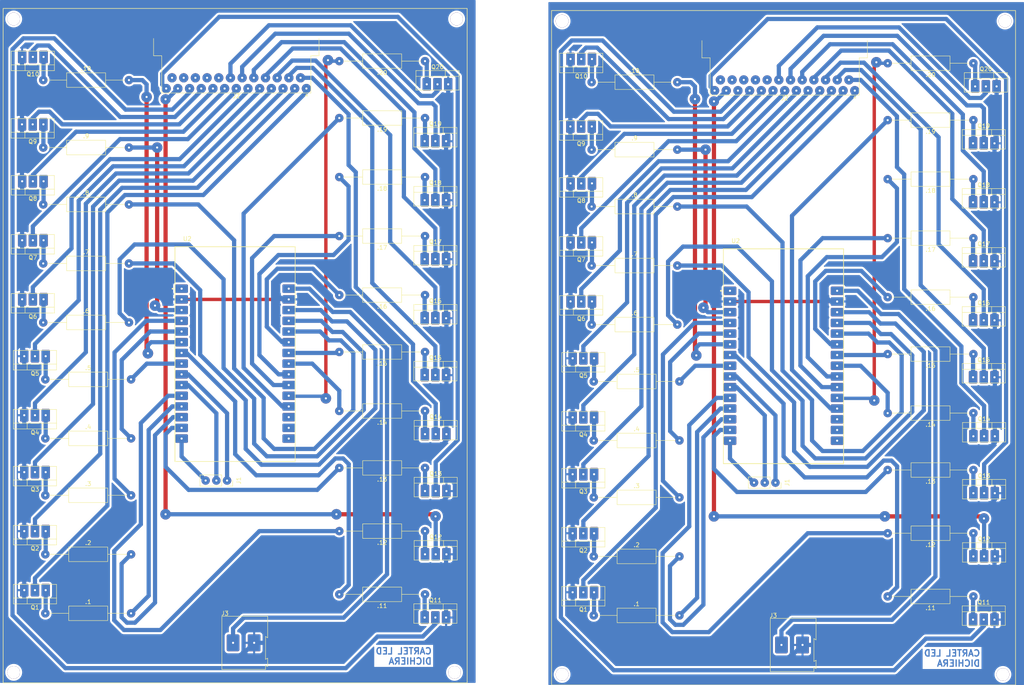
<source format=kicad_pcb>
(kicad_pcb (version 20241229) (generator "pcbnew") (generator_version "9.0")
  (layers (0 "F.Cu" signal) (2 "B.Cu" signal) (13 "F.Paste" user) (15 "B.Paste" user) (5 "F.SilkS" user "F.Silkscreen") (7 "B.SilkS" user "B.Silkscreen") (1 "F.Mask" user) (3 "B.Mask" user) (25 "Edge.Cuts" user))
  (net 0 "")
  (net 1 "Net-(U2-D4)")
  (net 2 "Net-(Q1-B)")
  (net 3 "Net-(U2-D5)")
  (net 4 "Net-(Q2-B)")
  (net 5 "Net-(Q3-B)")
  (net 6 "Net-(U2-D12)")
  (net 7 "Net-(U2-D13)")
  (net 8 "Net-(Q4-B)")
  (net 9 "Net-(U2-D14)")
  (net 10 "Net-(Q5-B)")
  (net 11 "Net-(U2-D15)")
  (net 12 "Net-(Q6-B)")
  (net 13 "Net-(Q7-B)")
  (net 14 "Net-(U2-RX2)")
  (net 15 "Net-(Q8-B)")
  (net 16 "Net-(U2-TX2)")
  (net 17 "Net-(U2-D21)")
  (net 18 "Net-(Q9-B)")
  (net 19 "Net-(U2-D22)")
  (net 20 "Net-(Q10-B)")
  (net 21 "Net-(Q11-B)")
  (net 22 "Net-(U2-D25)")
  (net 23 "Net-(U2-TX0)")
  (net 24 "Net-(Q12-B)")
  (net 25 "Net-(U2-RX0)")
  (net 26 "Net-(Q13-B)")
  (net 27 "Net-(Q14-B)")
  (net 28 "Net-(U2-D27)")
  (net 29 "Net-(Q15-B)")
  (net 30 "Net-(U2-D32)")
  (net 31 "Net-(U2-D33)")
  (net 32 "Net-(Q16-B)")
  (net 33 "Net-(U2-D34)")
  (net 34 "Net-(Q17-B)")
  (net 35 "Net-(U2-D35)")
  (net 36 "Net-(Q18-B)")
  (net 37 "Net-(Q19-B)")
  (net 38 "Net-(U2-D26)")
  (net 39 "Net-(Q20-B)")
  (net 40 "Net-(U2-D2)")
  (net 41 "Net-(J1-Pin_2)")
  (net 42 "Net-(J1-Pin_1)")
  (net 43 "Net-(J1-Pin_3)")
  (net 45 "Net-(Q7-C)")
  (net 46 "Net-(J2-P16)")
  (net 47 "Net-(Q12-C)")
  (net 49 "Net-(J2-P15)")
  (net 50 "Net-(Q5-C)")
  (net 51 "Net-(Q3-C)")
  (net 52 "Net-(J2-P18)")
  (net 53 "Net-(Q2-C)")
  (net 55 "Net-(Q9-C)")
  (net 56 "Net-(Q8-C)")
  (net 57 "Net-(J2-P14)")
  (net 58 "Net-(Q4-C)")
  (net 59 "Net-(Q1-C)")
  (net 61 "Net-(Q13-C)")
  (net 62 "Net-(Q6-C)")
  (net 63 "Net-(Q10-C)")
  (net 64 "Net-(J2-P20)")
  (net 65 "Net-(Q11-C)")
  (net 66 "Net-(J2-P19)")
  (net 67 "Net-(J2-P17)")
  (net 69 "GND")
  (net 74 "VCC")
  (footprint "Package_TO_SOT_THT:TO-220-3_Vertical" (layer "F.Cu") (at 169.58 158.75 180)
    (property "Reference" "Q1")
    (property "Value" "TIP122")
  )
  (footprint "ESP32-DEVKIT-V1:MODULE_ESP32_DEVKIT_V1" (layer "F.Cu") (at 84.5 102.25)
    (property "Reference" "U2")
    (property "Value" "ESP32-DEVKIT-V1")
  )
  (footprint "Package_TO_SOT_THT:TO-220-3_Vertical" (layer "F.Cu") (at 169.08 32.25 180)
    (property "Reference" "Q10")
    (property "Value" "TIP122")
  )
  (footprint "Resistor_THT:R_Axial_DIN0309_L9.0mm_D3.2mm_P20.32mm_Horizontal" (layer "F.Cu") (at 39 37.25)
    (property "Reference" ".10")
    (property "Value" "1K")
  )
  (footprint "Package_TO_SOT_THT:TO-220-3_Vertical" (layer "F.Cu") (at 39.58 158.25 180)
    (property "Reference" "Q1")
    (property "Value" "TIP122")
  )
  (footprint "Package_TO_SOT_THT:TO-220-3_Vertical" (layer "F.Cu") (at 39.08 89.25 180)
    (property "Reference" "Q6")
    (property "Value" "TIP122")
  )
  (footprint "Package_TO_SOT_THT:TO-220-3_Vertical" (layer "F.Cu") (at 129.5 134.75)
    (property "Reference" "Q13")
    (property "Value" "TIP122")
  )
  (footprint "Resistor_THT:R_Axial_DIN0309_L9.0mm_D3.2mm_P20.32mm_Horizontal" (layer "F.Cu") (at 169.5 136.25)
    (property "Reference" ".3")
    (property "Value" "1K")
  )
  (footprint "Package_TO_SOT_THT:TO-220-3_Vertical" (layer "F.Cu") (at 129.42 79.75)
    (property "Reference" "Q17")
    (property "Value" "TIP122")
  )
  (footprint "Package_TO_SOT_THT:TO-220-3_Vertical" (layer "F.Cu") (at 129.92 38.25)
    (property "Reference" "Q20")
    (property "Value" "TIP122")
  )
  (footprint "TerminalBlock:TerminalBlock_Altech_AK300-2_P5.00mm" (layer "F.Cu") (at 84 170.75)
    (property "Reference" "J3")
    (property "Value" "Screw_Terminal_01x02")
  )
  (footprint "Resistor_THT:R_Axial_DIN0309_L9.0mm_D3.2mm_P20.32mm_Horizontal" (layer "F.Cu") (at 259.5 159.75 180)
    (property "Reference" ".11")
    (property "Value" "1K")
  )
  (footprint "Package_TO_SOT_THT:TO-220-3_Vertical" (layer "F.Cu") (at 169.04 48.25 180)
    (property "Reference" "Q9")
    (property "Value" "TIP122")
  )
  (footprint "Resistor_THT:R_Axial_DIN0309_L9.0mm_D3.2mm_P20.32mm_Horizontal" (layer "F.Cu") (at 39.5 122.25)
    (property "Reference" ".4")
    (property "Value" "1K")
  )
  (footprint "Package_TO_SOT_THT:TO-220-3_Vertical" (layer "F.Cu") (at 129.42 164.75)
    (property "Reference" "Q11")
    (property "Value" "TIP122")
  )
  (footprint "Resistor_THT:R_Axial_DIN0309_L9.0mm_D3.2mm_P20.32mm_Horizontal" (layer "F.Cu") (at 129.5 88.25 180)
    (property "Reference" ".16")
    (property "Value" "1K")
  )
  (footprint "Package_TO_SOT_THT:TO-220-3_Vertical" (layer "F.Cu") (at 39.58 116.75 180)
    (property "Reference" "Q4")
    (property "Value" "TIP122")
  )
  (footprint "Package_TO_SOT_THT:TO-220-3_Vertical" (layer "F.Cu") (at 169.58 117.25 180)
    (property "Reference" "Q4")
    (property "Value" "TIP122")
  )
  (footprint "Package_TO_SOT_THT:TO-220-3_Vertical" (layer "F.Cu") (at 129.42 93.75)
    (property "Reference" "Q16")
    (property "Value" "TIP122")
  )
  (footprint "Resistor_THT:R_Axial_DIN0309_L9.0mm_D3.2mm_P20.32mm_Horizontal" (layer "F.Cu") (at 39.5 135.75)
    (property "Reference" ".3")
    (property "Value" "1K")
  )
  (footprint "Resistor_THT:R_Axial_DIN0309_L9.0mm_D3.2mm_P20.32mm_Horizontal" (layer "F.Cu") (at 259.5 144.75 180)
    (property "Reference" ".12")
    (property "Value" "1K")
  )
  (footprint "Package_TO_SOT_THT:TO-220-3_Vertical" (layer "F.Cu") (at 169.08 89.75 180)
    (property "Reference" "Q6")
    (property "Value" "TIP122")
  )
  (footprint "Package_TO_SOT_THT:TO-220-3_Vertical" (layer "F.Cu") (at 259.42 165.25)
    (property "Reference" "Q11")
    (property "Value" "TIP122")
  )
  (footprint "Resistor_THT:R_Axial_DIN0309_L9.0mm_D3.2mm_P20.32mm_Horizontal" (layer "F.Cu") (at 169.5 108.75)
    (property "Reference" ".5")
    (property "Value" "1K")
  )
  (footprint "Package_TO_SOT_THT:TO-220-3_Vertical" (layer "F.Cu") (at 129.42 51.75)
    (property "Reference" "Q19")
    (property "Value" "TIP122")
  )
  (footprint "Resistor_THT:R_Axial_DIN0309_L9.0mm_D3.2mm_P20.32mm_Horizontal" (layer "F.Cu") (at 259.5 129.75 180)
    (property "Reference" ".13")
    (property "Value" "1K")
  )
  (footprint "Package_TO_SOT_THT:TO-220-3_Vertical" (layer "F.Cu") (at 259.42 52.25)
    (property "Reference" "Q19")
    (property "Value" "TIP122")
  )
  (footprint "Resistor_THT:R_Axial_DIN0309_L9.0mm_D3.2mm_P20.32mm_Horizontal" (layer "F.Cu") (at 259.5 116.25 180)
    (property "Reference" ".14")
    (property "Value" "1K")
  )
  (footprint "Package_TO_SOT_THT:TO-220-3_Vertical" (layer "F.Cu") (at 259.42 80.25)
    (property "Reference" "Q17")
    (property "Value" "TIP122")
  )
  (footprint "Package_TO_SOT_THT:TO-220-3_Vertical" (layer "F.Cu") (at 129.5 121.25)
    (property "Reference" "Q14")
    (property "Value" "TIP122")
  )
  (footprint "Package_TO_SOT_THT:TO-220-3_Vertical" (layer "F.Cu") (at 39.08 61.25 180)
    (property "Reference" "Q8")
    (property "Value" "TIP122")
  )
  (footprint "Connector_PinSocket_2.54mm:PinSocket_1x03_P2.54mm_Vertical" (layer "F.Cu") (at 82.58 132.25 -90)
    (property "Reference" "J1")
    (property "Value" "Conn_01x03_Pin")
  )
  (footprint "Resistor_THT:R_Axial_DIN0309_L9.0mm_D3.2mm_P20.32mm_Horizontal" (layer "F.Cu") (at 39 80.75)
    (property "Reference" ".7")
    (property "Value" "1K")
  )
  (footprint "Connector_Dsub:DSUB-25_Pins_Horizontal_P2.77x2.54mm_EdgePinOffset9.40mm" (layer "F.Cu") (at 231.385 39.75 180)
    (property "Reference" "J2")
    (property "Value" "DB25_Socket")
  )
  (footprint "Resistor_THT:R_Axial_DIN0309_L9.0mm_D3.2mm_P20.32mm_Horizontal" (layer "F.Cu") (at 259.5 46.75 180)
    (property "Reference" ".19")
    (property "Value" "1K")
  )
  (footprint "Package_TO_SOT_THT:TO-220-3_Vertical" (layer "F.Cu") (at 169.58 103.25 180)
    (property "Reference" "Q5")
    (property "Value" "TIP122")
  )
  (footprint "Package_TO_SOT_THT:TO-220-3_Vertical" (layer "F.Cu") (at 39.08 75.25 180)
    (property "Reference" "Q7")
    (property "Value" "TIP122")
  )
  (footprint "Package_TO_SOT_THT:TO-220-3_Vertical" (layer "F.Cu") (at 39.58 102.75 180)
    (property "Reference" "Q5")
    (property "Value" "TIP122")
  )
  (footprint "Package_TO_SOT_THT:TO-220-3_Vertical" (layer "F.Cu") (at 39.08 31.75 180)
    (property "Reference" "Q10")
    (property "Value" "TIP122")
  )
  (footprint "Package_TO_SOT_THT:TO-220-3_Vertical" (layer "F.Cu") (at 259.42 107.75)
    (property "Reference" "Q15")
    (property "Value" "TIP122")
  )
  (footprint "Resistor_THT:R_Axial_DIN0309_L9.0mm_D3.2mm_P20.32mm_Horizontal" (layer "F.Cu") (at 259.5 88.75 180)
    (property "Reference" ".16")
    (property "Value" "1K")
  )
  (footprint "Resistor_THT:R_Axial_DIN0309_L9.0mm_D3.2mm_P20.32mm_Horizontal" (layer "F.Cu") (at 129.5 101.75 180)
    (property "Reference" ".15")
    (property "Value" "1K")
  )
  (footprint "Package_TO_SOT_THT:TO-220-3_Vertical" (layer "F.Cu") (at 259.42 94.25)
    (property "Reference" "Q16")
    (property "Value" "TIP122")
  )
  (footprint "Package_TO_SOT_THT:TO-220-3_Vertical" (layer "F.Cu") (at 169.58 130.75 180)
    (property "Reference" "Q3")
    (property "Value" "TIP122")
  )
  (footprint "Resistor_THT:R_Axial_DIN0309_L9.0mm_D3.2mm_P20.32mm_Horizontal" (layer "F.Cu") (at 129.5 60.25 180)
    (property "Reference" ".18")
    (property "Value" "1K")
  )
  (footprint "Package_TO_SOT_THT:TO-220-3_Vertical" (layer "F.Cu") (at 259.5 135.25)
    (property "Reference" "Q13")
    (property "Value" "TIP122")
  )
  (footprint "Package_TO_SOT_THT:TO-220-3_Vertical" (layer "F.Cu") (at 39.58 130.25 180)
    (property "Reference" "Q3")
    (property "Value" "TIP122")
  )
  (footprint "Package_TO_SOT_THT:TO-220-3_Vertical" (layer "F.Cu") (at 259.5 121.75)
    (property "Reference" "Q14")
    (property "Value" "TIP122")
  )
  (footprint "Resistor_THT:R_Axial_DIN0309_L9.0mm_D3.2mm_P20.32mm_Horizontal" (layer "F.Cu") (at 129.5 159.25 180)
    (property "Reference" ".11")
    (property "Value" "1K")
  )
  (footprint "Resistor_THT:R_Axial_DIN0309_L9.0mm_D3.2mm_P20.32mm_Horizontal" (layer "F.Cu") (at 169.5 150.25)
    (property "Reference" ".2")
    (property "Value" "1K")
  )
  (footprint "Package_TO_SOT_THT:TO-220-3_Vertical" (layer "F.Cu") (at 259.5 150.25)
    (property "Reference" "Q12")
    (property "Value" "TIP122")
  )
  (footprint "Package_TO_SOT_THT:TO-220-3_Vertical" (layer "F.Cu") (at 39.58 144.25 180)
    (property "Reference" "Q2")
    (property "Value" "TIP122")
  )
  (footprint "Package_TO_SOT_THT:TO-220-3_Vertical" (layer "F.Cu") (at 169.08 75.75 180)
    (property "Reference" "Q7")
    (property "Value" "TIP122")
  )
  (footprint "Resistor_THT:R_Axial_DIN0309_L9.0mm_D3.2mm_P20.32mm_Horizontal" (layer "F.Cu") (at 259.5 102.25 180)
    (property "Reference" ".15")
    (property "Value" "1K")
  )
  (footprint "Resistor_THT:R_Axial_DIN0309_L9.0mm_D3.2mm_P20.32mm_Horizontal" (layer "F.Cu") (at 129.5 46.25 180)
    (property "Reference" ".19")
    (property "Value" "1K")
  )
  (footprint "Resistor_THT:R_Axial_DIN0309_L9.0mm_D3.2mm_P20.32mm_Horizontal" (layer "F.Cu") (at 169 95.25)
    (property "Reference" ".6")
    (property "Value" "1K")
  )
  (footprint "Resistor_THT:R_Axial_DIN0309_L9.0mm_D3.2mm_P20.32mm_Horizontal" (layer "F.Cu") (at 169 37.75)
    (property "Reference" ".10")
    (property "Value" "1K")
  )
  (footprint "Resistor_THT:R_Axial_DIN0309_L9.0mm_D3.2mm_P20.32mm_Horizontal" (layer "F.Cu") (at 169 53.75)
    (property "Reference" ".9")
    (property "Value" "1K")
  )
  (footprint "Resistor_THT:R_Axial_DIN0309_L9.0mm_D3.2mm_P20.32mm_Horizontal" (layer "F.Cu") (at 169 81.25)
    (property "Reference" ".7")
    (property "Value" "1K")
  )
  (footprint "Resistor_THT:R_Axial_DIN0309_L9.0mm_D3.2mm_P20.32mm_Horizontal" (layer "F.Cu") (at 169.5 164.25)
    (property "Reference" ".1")
    (property "Value" "1K")
  )
  (footprint "Resistor_THT:R_Axial_DIN0309_L9.0mm_D3.2mm_P20.32mm_Horizontal" (layer "F.Cu") (at 259.5 74.75 180)
    (property "Reference" ".17")
    (property "Value" "1K")
  )
  (footprint "Package_TO_SOT_THT:TO-220-3_Vertical" (layer "F.Cu") (at 129.42 65.75)
    (property "Reference" "Q18")
    (property "Value" "TIP122")
  )
  (footprint "Connector_Dsub:DSUB-25_Pins_Horizontal_P2.77x2.54mm_EdgePinOffset9.40mm" (layer "F.Cu") (at 101.385 39.25 180)
    (property "Reference" "J2")
    (property "Value" "DB25_Socket")
  )
  (footprint "Package_TO_SOT_THT:TO-220-3_Vertical" (layer "F.Cu") (at 259.92 38.75)
    (property "Reference" "Q20")
    (property "Value" "TIP122")
  )
  (footprint "Resistor_THT:R_Axial_DIN0309_L9.0mm_D3.2mm_P20.32mm_Horizontal" (layer "F.Cu") (at 259.5 33.25 180)
    (property "Reference" ".20")
    (property "Value" "1K")
  )
  (footprint "Resistor_THT:R_Axial_DIN0309_L9.0mm_D3.2mm_P20.32mm_Horizontal" (layer "F.Cu") (at 39.5 149.75)
    (property "Reference" ".2")
    (property "Value" "1K")
  )
  (footprint "Package_TO_SOT_THT:TO-220-3_Vertical" (layer "F.Cu") (at 169.08 61.75 180)
    (property "Reference" "Q8")
    (property "Value" "TIP122")
  )
  (footprint "Package_TO_SOT_THT:TO-220-3_Vertical" (layer "F.Cu") (at 129.42 107.25)
    (property "Reference" "Q15")
    (property "Value" "TIP122")
  )
  (footprint "TerminalBlock:TerminalBlock_Altech_AK300-2_P5.00mm" (layer "F.Cu") (at 214 171.25)
    (property "Reference" "J3")
    (property "Value" "Screw_Terminal_01x02")
  )
  (footprint "ESP32-DEVKIT-V1:MODULE_ESP32_DEVKIT_V1" (layer "F.Cu") (at 214.5 102.75)
    (property "Reference" "U2")
    (property "Value" "ESP32-DEVKIT-V1")
  )
  (footprint "Resistor_THT:R_Axial_DIN0309_L9.0mm_D3.2mm_P20.32mm_Horizontal" (layer "F.Cu") (at 169 67.25)
    (property "Reference" ".8")
    (property "Value" "1K")
  )
  (footprint "Package_TO_SOT_THT:TO-220-3_Vertical" (layer "F.Cu") (at 169.58 144.75 180)
    (property "Reference" "Q2")
    (property "Value" "TIP122")
  )
  (footprint "Resistor_THT:R_Axial_DIN0309_L9.0mm_D3.2mm_P20.32mm_Horizontal" (layer "F.Cu") (at 39 53.25)
    (property "Reference" ".9")
    (property "Value" "1K")
  )
  (footprint "Resistor_THT:R_Axial_DIN0309_L9.0mm_D3.2mm_P20.32mm_Horizontal" (layer "F.Cu") (at 39 66.75)
    (property "Reference" ".8")
    (property "Value" "1K")
  )
  (footprint "Package_TO_SOT_THT:TO-220-3_Vertical" (layer "F.Cu") (at 259.42 66.25)
    (property "Reference" "Q18")
    (property "Value" "TIP122")
  )
  (footprint "Package_TO_SOT_THT:TO-220-3_Vertical" (layer "F.Cu") (at 129.5 149.75)
    (property "Reference" "Q12")
    (property "Value" "TIP122")
  )
  (footprint "Resistor_THT:R_Axial_DIN0309_L9.0mm_D3.2mm_P20.32mm_Horizontal" (layer "F.Cu") (at 129.5 32.75 180)
    (property "Reference" ".20")
    (property "Value" "1K")
  )
  (footprint "Resistor_THT:R_Axial_DIN0309_L9.0mm_D3.2mm_P20.32mm_Horizontal" (layer "F.Cu") (at 259.5 60.75 180)
    (property "Reference" ".18")
    (property "Value" "1K")
  )
  (footprint "Resistor_THT:R_Axial_DIN0309_L9.0mm_D3.2mm_P20.32mm_Horizontal" (layer "F.Cu") (at 39 94.75)
    (property "Reference" ".6")
    (property "Value" "1K")
  )
  (footprint "Connector_PinSocket_2.54mm:PinSocket_1x03_P2.54mm_Vertical" (layer "F.Cu") (at 212.58 132.75 -90)
    (property "Reference" "J1")
    (property "Value" "Conn_01x03_Pin")
  )
  (footprint "Package_TO_SOT_THT:TO-220-3_Vertical" (layer "F.Cu") (at 39.04 47.75 180)
    (property "Reference" "Q9")
    (property "Value" "TIP122")
  )
  (footprint "Resistor_THT:R_Axial_DIN0309_L9.0mm_D3.2mm_P20.32mm_Horizontal" (layer "F.Cu") (at 129.5 129.25 180)
    (property "Reference" ".13")
    (property "Value" "1K")
  )
  (footprint "Resistor_THT:R_Axial_DIN0309_L9.0mm_D3.2mm_P20.32mm_Horizontal" (layer "F.Cu") (at 129.5 74.25 180)
    (property "Reference" ".17")
    (property "Value" "1K")
  )
  (footprint "Resistor_THT:R_Axial_DIN0309_L9.0mm_D3.2mm_P20.32mm_Horizontal" (layer "F.Cu") (at 129.5 144.25 180)
    (property "Reference" ".12")
    (property "Value" "1K")
  )
  (footprint "Resistor_THT:R_Axial_DIN0309_L9.0mm_D3.2mm_P20.32mm_Horizontal" (layer "F.Cu") (at 169.5 122.75)
    (property "Reference" ".4")
    (property "Value" "1K")
  )
  (footprint "Resistor_THT:R_Axial_DIN0309_L9.0mm_D3.2mm_P20.32mm_Horizontal" (layer "F.Cu") (at 39.5 108.25)
    (property "Reference" ".5")
    (property "Value" "1K")
  )
  (footprint "Resistor_THT:R_Axial_DIN0309_L9.0mm_D3.2mm_P20.32mm_Horizontal" (layer "F.Cu") (at 39.5 163.75)
    (property "Reference" ".1")
    (property "Value" "1K")
  )
  (footprint "Resistor_THT:R_Axial_DIN0309_L9.0mm_D3.2mm_P20.32mm_Horizontal" (layer "F.Cu") (at 129.5 115.75 180)
    (property "Reference" ".14")
    (property "Value" "1K")
  )
  (gr_rect (start 159.5 20.75) (end 269.5 180.75) (stroke (width 0.15)) (fill no) (layer "F.SilkS"))
  (gr_rect (start 29.5 20.25) (end 139.5 180.25) (stroke (width 0.15)) (fill no) (layer "F.SilkS"))
  (gr_text "CARTEL LED\nDICHIERA\n" (at 261.25 176.5 0) (layer "B.Cu") (effects (font (size 1.5 1.5) (thickness 0.3) (bold yes)) (justify left bottom mirror)))
  (gr_text "CARTEL LED\nDICHIERA\n" (at 131.25 176 0) (layer "B.Cu") (effects (font (size 1.5 1.5) (thickness 0.3) (bold yes)) (justify left bottom mirror)))
  (via (at 32 177.75) (size 3) (drill 2.99) (layers "F.Cu" "B.Cu") (net 0))
  (via (at 266.5 178.25) (size 3) (drill 2.99) (layers "F.Cu" "B.Cu") (net 0))
  (via (at 267 23.25) (size 3) (drill 2.99) (layers "F.Cu" "B.Cu") (net 0))
  (via (at 162 178.25) (size 3) (drill 2.99) (layers "F.Cu" "B.Cu") (net 0))
  (via (at 136.5 177.75) (size 3) (drill 2.99) (layers "F.Cu" "B.Cu") (net 0))
  (via (at 32 22.75) (size 3) (drill 2.99) (layers "F.Cu" "B.Cu") (net 0))
  (via (at 162 23.25) (size 3) (drill 2.99) (layers "F.Cu" "B.Cu") (net 0))
  (via (at 137 22.75) (size 3) (drill 2.99) (layers "F.Cu" "B.Cu") (net 0))
  (segment (start 57.6107 103.6393) (end 57.6107 120.0407) (width 1) (layer "B.Cu") (net 1))
  (segment (start 194.355 97.395) (end 187.6107 104.1393) (width 1) (layer "B.Cu") (net 1))
  (segment (start 187.6107 120.5407) (end 189.82 122.75) (width 1) (layer "B.Cu") (net 1))
  (segment (start 71.8 96.895) (end 64.355 96.895) (width 1) (layer "B.Cu") (net 1))
  (segment (start 64.355 96.895) (end 57.6107 103.6393) (width 1) (layer "B.Cu") (net 1))
  (segment (start 187.6107 104.1393) (end 187.6107 120.5407) (width 1) (layer "B.Cu") (net 1))
  (segment (start 201.8 97.395) (end 194.355 97.395) (width 1) (layer "B.Cu") (net 1))
  (segment (start 57.6107 120.0407) (end 59.82 122.25) (width 1) (layer "B.Cu") (net 1))
  (segment (start 39.58 158.25) (end 39.58 163.67) (width 1) (layer "B.Cu") (net 2))
  (segment (start 169.58 158.75) (end 169.58 164.17) (width 1) (layer "B.Cu") (net 2))
  (segment (start 169.58 164.17) (end 169.5 164.25) (width 1) (layer "B.Cu") (net 2))
  (segment (start 39.58 163.67) (end 39.5 163.75) (width 1) (layer "B.Cu") (net 2))
  (segment (start 189.82 108.75) (end 193.555 105.015) (width 1) (layer "B.Cu") (net 3))
  (segment (start 193.555 105.015) (end 201.8 105.015) (width 1) (layer "B.Cu") (net 3))
  (segment (start 59.82 108.25) (end 63.555 104.515) (width 1) (layer "B.Cu") (net 3))
  (segment (start 63.555 104.515) (end 71.8 104.515) (width 1) (layer "B.Cu") (net 3))
  (segment (start 169.58 150.17) (end 169.5 150.25) (width 1) (layer "B.Cu") (net 4))
  (segment (start 169.58 144.75) (end 169.58 150.17) (width 1) (layer "B.Cu") (net 4))
  (segment (start 39.58 144.25) (end 39.58 149.67) (width 1) (layer "B.Cu") (net 4))
  (segment (start 39.58 149.67) (end 39.5 149.75) (width 1) (layer "B.Cu") (net 4))
  (segment (start 39.58 130.25) (end 39.58 135.67) (width 1) (layer "B.Cu") (net 5))
  (segment (start 39.58 135.67) (end 39.5 135.75) (width 1) (layer "B.Cu") (net 5))
  (segment (start 169.58 130.75) (end 169.58 136.17) (width 1) (layer "B.Cu") (net 5))
  (segment (start 169.58 136.17) (end 169.5 136.25) (width 1) (layer "B.Cu") (net 5))
  (segment (start 60.6539 76.25) (end 57.1198 79.7841) (width 1) (layer "B.Cu") (net 6))
  (segment (start 190.6539 76.75) (end 187.1198 80.2841) (width 1) (layer "B.Cu") (net 6))
  (segment (start 211.75 106.061) (end 211.75 85) (width 1) (layer "B.Cu") (net 6))
  (segment (start 227.2 94.855) (end 234.918 94.855) (width 1) (layer "B.Cu") (net 6))
  (segment (start 222 127) (end 219 124) (width 1) (layer "B.Cu") (net 6))
  (segment (start 81.75 84.5) (end 73.5 76.25) (width 1) (layer "B.Cu") (net 6))
  (segment (start 57.1198 79.7841) (end 57.1198 92.5498) (width 1) (layer "B.Cu") (net 6))
  (segment (start 187.1198 93.0498) (end 189.32 95.25) (width 1) (layer "B.Cu") (net 6))
  (segment (start 245 102.5327) (end 245 115.9483) (width 1) (layer "B.Cu") (net 6))
  (segment (start 187.1198 80.2841) (end 187.1198 93.0498) (width 1) (layer "B.Cu") (net 6))
  (segment (start 115 102.0327) (end 115 115.4483) (width 1) (layer "B.Cu") (net 6))
  (segment (start 203.5 76.75) (end 190.6539 76.75) (width 1) (layer "B.Cu") (net 6))
  (segment (start 115 115.4483) (end 103.9483 126.5) (width 1) (layer "B.Cu") (net 6))
  (segment (start 97.2 94.355) (end 104.918 94.355) (width 1) (layer "B.Cu") (net 6))
  (segment (start 219 113.311) (end 211.75 106.061) (width 1) (layer "B.Cu") (net 6))
  (segment (start 57.1198 92.5498) (end 59.32 94.75) (width 1) (layer "B.Cu") (net 6))
  (segment (start 103.9483 126.5) (end 92 126.5) (width 1) (layer "B.Cu") (net 6))
  (segment (start 81.75 105.561) (end 81.75 84.5) (width 1) (layer "B.Cu") (net 6))
  (segment (start 107.563 97) (end 109.9673 97) (width 1) (layer "B.Cu") (net 6))
  (segment (start 104.918 94.355) (end 107.563 97) (width 1) (layer "B.Cu") (net 6))
  (segment (start 245 115.9483) (end 233.9483 127) (width 1) (layer "B.Cu") (net 6))
  (segment (start 89 112.811) (end 81.75 105.561) (width 1) (layer "B.Cu") (net 6))
  (segment (start 233.9483 127) (end 222 127) (width 1) (layer "B.Cu") (net 6))
  (segment (start 89 123.5) (end 89 112.811) (width 1) (layer "B.Cu") (net 6))
  (segment (start 211.75 85) (end 203.5 76.75) (width 1) (layer "B.Cu") (net 6))
  (segment (start 239.9673 97.5) (end 245 102.5327) (width 1) (layer "B.Cu") (net 6))
  (segment (start 237.563 97.5) (end 239.9673 97.5) (width 1) (layer "B.Cu") (net 6))
  (segment (start 92 126.5) (end 89 123.5) (width 1) (layer "B.Cu") (net 6))
  (segment (start 109.9673 97) (end 115 102.0327) (width 1) (layer "B.Cu") (net 6))
  (segment (start 73.5 76.25) (end 60.6539 76.25) (width 1) (layer "B.Cu") (net 6))
  (segment (start 234.918 94.855) (end 237.563 97.5) (width 1) (layer "B.Cu") (net 6))
  (segment (start 219 124) (end 219 113.311) (width 1) (layer "B.Cu") (net 6))
  (segment (start 220.75 129) (end 217 125.25) (width 1) (layer "B.Cu") (net 7))
  (segment (start 69.8771 80.75) (end 59.32 80.75) (width 1) (layer "B.Cu") (net 7))
  (segment (start 90.75 128.5) (end 87 124.75) (width 1) (layer "B.Cu") (net 7))
  (segment (start 104.3526 128.5) (end 90.75 128.5) (width 1) (layer "B.Cu") (net 7))
  (segment (start 217 113.7153) (end 206.2013 102.9166) (width 1) (layer "B.Cu") (net 7))
  (segment (start 247.75 101.75) (end 247.75 115.6026) (width 1) (layer "B.Cu") (net 7))
  (segment (start 247.75 115.6026) (end 234.3526 129) (width 1) (layer "B.Cu") (net 7))
  (segment (start 97.2 91.815) (end 104.7823 91.815) (width 1) (layer "B.Cu") (net 7))
  (segment (start 117.75 101.25) (end 117.75 115.1026) (width 1) (layer "B.Cu") (net 7))
  (segment (start 234.7823 92.315) (end 237.4673 95) (width 1) (layer "B.Cu") (net 7))
  (segment (start 206.2013 87.5742) (end 199.8771 81.25) (width 1) (layer "B.Cu") (net 7))
  (segment (start 87 124.75) (end 87 113.2153) (width 1) (layer "B.Cu") (net 7))
  (segment (start 234.3526 129) (end 220.75 129) (width 1) (layer "B.Cu") (net 7))
  (segment (start 76.2013 87.0742) (end 69.8771 80.75) (width 1) (layer "B.Cu") (net 7))
  (segment (start 227.2 92.315) (end 234.7823 92.315) (width 1) (layer "B.Cu") (net 7))
  (segment (start 104.7823 91.815) (end 107.4673 94.5) (width 1) (layer "B.Cu") (net 7))
  (segment (start 76.2013 102.4166) (end 76.2013 87.0742) (width 1) (layer "B.Cu") (net 7))
  (segment (start 237.4673 95) (end 241 95) (width 1) (layer "B.Cu") (net 7))
  (segment (start 87 113.2153) (end 76.2013 102.4166) (width 1) (layer "B.Cu") (net 7))
  (segment (start 199.8771 81.25) (end 189.32 81.25) (width 1) (layer "B.Cu") (net 7))
  (segment (start 241 95) (end 247.75 101.75) (width 1) (layer "B.Cu") (net 7))
  (segment (start 117.75 115.1026) (end 104.3526 128.5) (width 1) (layer "B.Cu") (net 7))
  (segment (start 217 125.25) (end 217 113.7153) (width 1) (layer "B.Cu") (net 7))
  (segment (start 107.4673 94.5) (end 111 94.5) (width 1) (layer "B.Cu") (net 7))
  (segment (start 111 94.5) (end 117.75 101.25) (width 1) (layer "B.Cu") (net 7))
  (segment (start 206.2013 102.9166) (end 206.2013 87.5742) (width 1) (layer "B.Cu") (net 7))
  (segment (start 169.58 117.25) (end 169.58 122.67) (width 1) (layer "B.Cu") (net 8))
  (segment (start 39.58 122.17) (end 39.5 122.25) (width 1) (layer "B.Cu") (net 8))
  (segment (start 39.58 116.75) (end 39.58 122.17) (width 1) (layer "B.Cu") (net 8))
  (segment (start 169.58 122.67) (end 169.5 122.75) (width 1) (layer "B.Cu") (net 8))
  (segment (start 104.645 96.895) (end 106.75 99) (width 1) (layer "B.Cu") (net 9))
  (segment (start 239.563 99.5) (end 242.5 102.437) (width 1) (layer "B.Cu") (net 9))
  (segment (start 106.75 99) (end 109.563 99) (width 1) (layer "B.Cu") (net 9))
  (segment (start 112.5 101.937) (end 112.5 115.544) (width 1) (layer "B.Cu") (net 9))
  (segment (start 223.75 125.25) (end 221.25 122.75) (width 1) (layer "B.Cu") (net 9))
  (segment (start 93.75 124.75) (end 91.25 122.25) (width 1) (layer "B.Cu") (net 9))
  (segment (start 233.294 125.25) (end 223.75 125.25) (width 1) (layer "B.Cu") (net 9))
  (segment (start 91.25 112.6567) (end 84.25 105.6567) (width 1) (layer "B.Cu") (net 9))
  (segment (start 84.25 75.25) (end 75.75 66.75) (width 1) (layer "B.Cu") (net 9))
  (segment (start 221.25 113.1567) (end 214.25 106.1567) (width 1) (layer "B.Cu") (net 9))
  (segment (start 91.25 122.25) (end 91.25 112.6567) (width 1) (layer "B.Cu") (net 9))
  (segment (start 221.25 122.75) (end 221.25 113.1567) (width 1) (layer "B.Cu") (net 9))
  (segment (start 97.2 96.895) (end 104.645 96.895) (width 1) (layer "B.Cu") (net 9))
  (segment (start 242.5 102.437) (end 242.5 116.044) (width 1) (layer "B.Cu") (net 9))
  (segment (start 234.645 97.395) (end 236.75 99.5) (width 1) (layer "B.Cu") (net 9))
  (segment (start 112.5 115.544) (end 103.294 124.75) (width 1) (layer "B.Cu") (net 9))
  (segment (start 109.563 99) (end 112.5 101.937) (width 1) (layer "B.Cu") (net 9))
  (segment (start 214.25 106.1567) (end 214.25 75.75) (width 1) (layer "B.Cu") (net 9))
  (segment (start 236.75 99.5) (end 239.563 99.5) (width 1) (layer "B.Cu") (net 9))
  (segment (start 227.2 97.395) (end 234.645 97.395) (width 1) (layer "B.Cu") (net 9))
  (segment (start 84.25 105.6567) (end 84.25 75.25) (width 1) (layer "B.Cu") (net 9))
  (segment (start 214.25 75.75) (end 205.75 67.25) (width 1) (layer "B.Cu") (net 9))
  (segment (start 75.75 66.75) (end 59.32 66.75) (width 1) (layer "B.Cu") (net 9))
  (segment (start 103.294 124.75) (end 93.75 124.75) (width 1) (layer "B.Cu") (net 9))
  (segment (start 205.75 67.25) (end 189.32 67.25) (width 1) (layer "B.Cu") (net 9))
  (segment (start 242.5 116.044) (end 233.294 125.25) (width 1) (layer "B.Cu") (net 9))
  (segment (start 169.58 103.25) (end 169.58 108.67) (width 1) (layer "B.Cu") (net 10))
  (segment (start 39.58 108.17) (end 39.5 108.25) (width 1) (layer "B.Cu") (net 10))
  (segment (start 39.58 102.75) (end 39.58 108.17) (width 1) (layer "B.Cu") (net 10))
  (segment (start 169.58 108.67) (end 169.5 108.75) (width 1) (layer "B.Cu") (net 10))
  (segment (start 66 90.25) (end 65.5 90.75) (width 1) (layer "F.Cu") (net 11))
  (segment (start 66 53.25) (end 66 90.25) (width 1) (layer "F.Cu") (net 11))
  (segment (start 196 90.75) (end 195.5 91.25) (width 1) (layer "F.Cu") (net 11))
  (segment (start 196 53.75) (end 196 90.75) (width 1) (layer "F.Cu") (net 11))
  (via (at 196 53.75) (size 2.5) (drill 0.5) (layers "F.Cu" "B.Cu") (net 11))
  (via (at 66 53.25) (size 2.5) (drill 0.5) (layers "F.Cu" "B.Cu") (net 11))
  (via (at 195.5 91.25) (size 2.5) (drill 0.5) (layers "F.Cu" "B.Cu") (net 11))
  (via (at 65.5 90.75) (size 2.5) (drill 0.5) (layers "F.Cu" "B.Cu") (net 11))
  (segment (start 189.32 53.75) (end 196 53.75) (width 1) (layer "B.Cu") (net 11))
  (segment (start 195.5 91.25) (end 196.565 92.315) (width 1) (layer "B.Cu") (net 11))
  (segment (start 59.32 53.25) (end 66 53.25) (width 1) (layer "B.Cu") (net 11))
  (segment (start 65.5 90.75) (end 66.565 91.815) (width 1) (layer "B.Cu") (net 11))
  (segment (start 196.565 92.315) (end 201.8 92.315) (width 1) (layer "B.Cu") (net 11))
  (segment (start 66.565 91.815) (end 71.8 91.815) (width 1) (layer "B.Cu") (net 11))
  (segment (start 169.08 89.75) (end 169.08 95.17) (width 1) (layer "B.Cu") (net 12))
  (segment (start 39.08 89.25) (end 39.08 94.67) (width 1) (layer "B.Cu") (net 12))
  (segment (start 169.08 95.17) (end 169 95.25) (width 1) (layer "B.Cu") (net 12))
  (segment (start 39.08 94.67) (end 39 94.75) (width 1) (layer "B.Cu") (net 12))
  (segment (start 169.08 75.75) (end 169.08 81.17) (width 1) (layer "B.Cu") (net 13))
  (segment (start 169.08 81.17) (end 169 81.25) (width 1) (layer "B.Cu") (net 13))
  (segment (start 39.08 80.67) (end 39 80.75) (width 1) (layer "B.Cu") (net 13))
  (segment (start 39.08 75.25) (end 39.08 80.67) (width 1) (layer "B.Cu") (net 13))
  (segment (start 193.5 102.25) (end 193.5 41.75) (width 1) (layer "F.Cu") (net 14))
  (segment (start 193.812459 102.562459) (end 193.5 102.25) (width 1) (layer "F.Cu") (net 14))
  (segment (start 63.812459 102.062459) (end 63.5 101.75) (width 1) (layer "F.Cu") (net 14))
  (segment (start 63.5 101.75) (end 63.5 41.25) (width 1) (layer "F.Cu") (net 14))
  (via (at 63.812459 102.062459) (size 2.5) (drill 0.5) (layers "F.Cu" "B.Cu") (net 14))
  (via (at 193.812459 102.562459) (size 2.5) (drill 0.5) (layers "F.Cu" "B.Cu") (net 14))
  (via (at 63.5 41.25) (size 2.5) (drill 0.5) (layers "F.Cu" "B.Cu") (net 14))
  (via (at 193.5 41.75) (size 2.5) (drill 0.5) (layers "F.Cu" "B.Cu") (net 14))
  (segment (start 193.5 38.75) (end 193.5 41.75) (width 1) (layer "B.Cu") (net 14))
  (segment (start 193.812459 100.687541) (end 194.565 99.935) (width 1) (layer "B.Cu") (net 14))
  (segment (start 59.32 37.25) (end 62.5 37.25) (width 1) (layer "B.Cu") (net 14))
  (segment (start 64.565 99.435) (end 71.8 99.435) (width 1) (layer "B.Cu") (net 14))
  (segment (start 192.5 37.75) (end 193.5 38.75) (width 1) (layer "B.Cu") (net 14))
  (segment (start 63.5 38.25) (end 63.5 41.25) (width 1) (layer "B.Cu") (net 14))
  (segment (start 63.812459 100.187541) (end 64.565 99.435) (width 1) (layer "B.Cu") (net 14))
  (segment (start 193.812459 102.562459) (end 193.812459 100.687541) (width 1) (layer "B.Cu") (net 14))
  (segment (start 62.5 37.25) (end 63.5 38.25) (width 1) (layer "B.Cu") (net 14))
  (segment (start 194.565 99.935) (end 201.8 99.935) (width 1) (layer "B.Cu") (net 14))
  (segment (start 189.32 37.75) (end 192.5 37.75) (width 1) (layer "B.Cu") (net 14))
  (segment (start 63.812459 102.062459) (end 63.812459 100.187541) (width 1) (layer "B.Cu") (net 14))
  (segment (start 39.08 66.67) (end 39 66.75) (width 1) (layer "B.Cu") (net 15))
  (segment (start 39.08 61.25) (end 39.08 66.67) (width 1) (layer "B.Cu") (net 15))
  (segment (start 169.08 67.17) (end 169 67.25) (width 1) (layer "B.Cu") (net 15))
  (segment (start 169.08 61.75) (end 169.08 67.17) (width 1) (layer "B.Cu") (net 15))
  (segment (start 72.975 101.975) (end 84.5 113.5) (width 1) (layer "B.Cu") (net 16))
  (segment (start 110.0836 127.0132) (end 111.4174 128.347) (width 1) (layer "B.Cu") (net 16))
  (segment (start 84.5 126) (end 89.5 131) (width 1) (layer "B.Cu") (net 16))
  (segment (start 241.4174 157.5126) (end 239.18 159.75) (width 1) (layer "B.Cu") (net 16))
  (segment (start 71.8 101.975) (end 72.975 101.975) (width 1) (layer "B.Cu") (net 16))
  (segment (start 241.4174 128.847) (end 241.4174 157.5126) (width 1) (layer "B.Cu") (net 16))
  (segment (start 219.5 131.5) (end 234.25 131.5) (width 1) (layer "B.Cu") (net 16))
  (segment (start 240.0836 127.5132) (end 241.4174 128.847) (width 1) (layer "B.Cu") (net 16))
  (segment (start 84.5 113.5) (end 84.5 126) (width 1) (layer "B.Cu") (net 16))
  (segment (start 89.5 131) (end 104.25 131) (width 1) (layer "B.Cu") (net 16))
  (segment (start 108.2368 127.0132) (end 110.0836 127.0132) (width 1) (layer "B.Cu") (net 16))
  (segment (start 238.2368 127.5132) (end 240.0836 127.5132) (width 1) (layer "B.Cu") (net 16))
  (segment (start 234.25 131.5) (end 238.2368 127.5132) (width 1) (layer "B.Cu") (net 16))
  (segment (start 201.8 102.475) (end 202.975 102.475) (width 1) (layer "B.Cu") (net 16))
  (segment (start 104.25 131) (end 108.2368 127.0132) (width 1) (layer "B.Cu") (net 16))
  (segment (start 214.5 126.5) (end 219.5 131.5) (width 1) (layer "B.Cu") (net 16))
  (segment (start 202.975 102.475) (end 214.5 114) (width 1) (layer "B.Cu") (net 16))
  (segment (start 111.4174 128.347) (end 111.4174 157.0126) (width 1) (layer "B.Cu") (net 16))
  (segment (start 214.5 114) (end 214.5 126.5) (width 1) (layer "B.Cu") (net 16))
  (segment (start 111.4174 157.0126) (end 109.18 159.25) (width 1) (layer "B.Cu") (net 16))
  (segment (start 198.615 112.635) (end 201.8 112.635) (width 1) (layer "B.Cu") (net 17))
  (segment (start 192.1416 119.1084) (end 198.615 112.635) (width 1) (layer "B.Cu") (net 17))
  (segment (start 185.8272 149.443) (end 192.1416 143.1286) (width 1) (layer "B.Cu") (net 17))
  (segment (start 185.8272 165.901) (end 185.8272 149.443) (width 1) (layer "B.Cu") (net 17))
  (segment (start 90.2337 144.25) (end 66.773 167.7107) (width 1) (layer "B.Cu") (net 17))
  (segment (start 55.8272 165.401) (end 55.8272 148.943) (width 1) (layer "B.Cu") (net 17))
  (segment (start 68.615 112.135) (end 71.8 112.135) (width 1) (layer "B.Cu") (net 17))
  (segment (start 239.18 144.75) (end 220.2337 144.75) (width 1) (layer "B.Cu") (net 17))
  (segment (start 196.773 168.2107) (end 188.1369 168.2107) (width 1) (layer "B.Cu") (net 17))
  (segment (start 220.2337 144.75) (end 196.773 168.2107) (width 1) (layer "B.Cu") (net 17))
  (segment (start 62.1416 142.6286) (end 62.1416 118.6084) (width 1) (layer "B.Cu") (net 17))
  (segment (start 58.1369 167.7107) (end 55.8272 165.401) (width 1) (layer "B.Cu") (net 17))
  (segment (start 55.8272 148.943) (end 62.1416 142.6286) (width 1) (layer "B.Cu") (net 17))
  (segment (start 188.1369 168.2107) (end 185.8272 165.901) (width 1) (layer "B.Cu") (net 17))
  (segment (start 192.1416 143.1286) (end 192.1416 119.1084) (width 1) (layer "B.Cu") (net 17))
  (segment (start 66.773 167.7107) (end 58.1369 167.7107) (width 1) (layer "B.Cu") (net 17))
  (segment (start 62.1416 118.6084) (end 68.615 112.135) (width 1) (layer "B.Cu") (net 17))
  (segment (start 109.18 144.25) (end 90.2337 144.25) (width 1) (layer "B.Cu") (net 17))
  (segment (start 39.04 53.21) (end 39 53.25) (width 1) (layer "B.Cu") (net 18))
  (segment (start 169.04 53.71) (end 169 53.75) (width 1) (layer "B.Cu") (net 18))
  (segment (start 169.04 48.25) (end 169.04 53.71) (width 1) (layer "B.Cu") (net 18))
  (segment (start 39.04 47.75) (end 39.04 53.21) (width 1) (layer "B.Cu") (net 18))
  (segment (start 69.495 119.755) (end 68 121.25) (width 1) (layer "B.Cu") (net 19))
  (segment (start 203.4656 134.9656) (end 233.9644 134.9656) (width 1) (layer "B.Cu") (net 19))
  (segment (start 71.8 119.755) (end 69.495 119.755) (width 1) (layer "B.Cu") (net 19))
  (segment (start 198 129.5) (end 203.4656 134.9656) (width 1) (layer "B.Cu") (net 19))
  (segment (start 199.495 120.255) (end 198 121.75) (width 1) (layer "B.Cu") (net 19))
  (segment (start 68 129) (end 73.4656 134.4656) (width 1) (layer "B.Cu") (net 19))
  (segment (start 68 121.25) (end 68 129) (width 1) (layer "B.Cu") (net 19))
  (segment (start 73.4656 134.4656) (end 103.9644 134.4656) (width 1) (layer "B.Cu") (net 19))
  (segment (start 201.8 120.255) (end 199.495 120.255) (width 1) (layer "B.Cu") (net 19))
  (segment (start 233.9644 134.9656) (end 239.18 129.75) (width 1) (layer "B.Cu") (net 19))
  (segment (start 198 121.75) (end 198 129.5) (width 1) (layer "B.Cu") (net 19))
  (segment (start 103.9644 134.4656) (end 109.18 129.25) (width 1) (layer "B.Cu") (net 19))
  (segment (start 169.08 32.25) (end 169.08 37.67) (width 1) (layer "B.Cu") (net 20))
  (segment (start 39.08 37.17) (end 39 37.25) (width 1) (layer "B.Cu") (net 20))
  (segment (start 169.08 37.67) (end 169 37.75) (width 1) (layer "B.Cu") (net 20))
  (segment (start 39.08 31.75) (end 39.08 37.17) (width 1) (layer "B.Cu") (net 20))
  (segment (start 129.5 159.25) (end 129.42 159.33) (width 1) (layer "B.Cu") (net 21))
  (segment (start 259.42 159.83) (end 259.42 165.25) (width 1) (layer "B.Cu") (net 21))
  (segment (start 259.5 159.75) (end 259.42 159.83) (width 1) (layer "B.Cu") (net 21))
  (segment (start 129.42 159.33) (end 129.42 164.75) (width 1) (layer "B.Cu") (net 21))
  (segment (start 102.765 104.515) (end 109.18 110.93) (width 1) (layer "B.Cu") (net 22))
  (segment (start 227.2 105.015) (end 232.765 105.015) (width 1) (layer "B.Cu") (net 22))
  (segment (start 109.18 110.93) (end 109.18 115.75) (width 1) (layer "B.Cu") (net 22))
  (segment (start 232.765 105.015) (end 239.18 111.43) (width 1) (layer "B.Cu") (net 22))
  (segment (start 97.2 104.515) (end 102.765 104.515) (width 1) (layer "B.Cu") (net 22))
  (segment (start 239.18 111.43) (end 239.18 116.25) (width 1) (layer "B.Cu") (net 22))
  (segment (start 58.8627 165.9754) (end 57.5753 164.688) (width 1) (layer "B.Cu") (net 23))
  (segment (start 57.5753 151.9947) (end 59.82 149.75) (width 1) (layer "B.Cu") (net 23))
  (segment (start 187.5753 165.188) (end 187.5753 152.4947) (width 1) (layer "B.Cu") (net 23))
  (segment (start 199.785 117.715) (end 195.5 122) (width 1) (layer "B.Cu") (net 23))
  (segment (start 69.785 117.215) (end 65.5 121.5) (width 1) (layer "B.Cu") (net 23))
  (segment (start 195.5 122) (end 195.5 161.7129) (width 1) (layer "B.Cu") (net 23))
  (segment (start 60.7375 165.9754) (end 58.8627 165.9754) (width 1) (layer "B.Cu") (net 23))
  (segment (start 195.5 161.7129) (end 190.7375 166.4754) (width 1) (layer "B.Cu") (net 23))
  (segment (start 65.5 121.5) (end 65.5 161.2129) (width 1) (layer "B.Cu") (net 23))
  (segment (start 190.7375 166.4754) (end 188.8627 166.4754) (width 1) (layer "B.Cu") (net 23))
  (segment (start 187.5753 152.4947) (end 189.82 150.25) (width 1) (layer "B.Cu") (net 23))
  (segment (start 65.5 161.2129) (end 60.7375 165.9754) (width 1) (layer "B.Cu") (net 23))
  (segment (start 57.5753 164.688) (end 57.5753 151.9947) (width 1) (layer "B.Cu") (net 23))
  (segment (start 188.8627 166.4754) (end 187.5753 165.188) (width 1) (layer "B.Cu") (net 23))
  (segment (start 71.8 117.215) (end 69.785 117.215) (width 1) (layer "B.Cu") (net 23))
  (segment (start 201.8 117.715) (end 199.785 117.715) (width 1) (layer "B.Cu") (net 23))
  (segment (start 259.5 144.75) (end 259.5 150.25) (width 1) (layer "B.Cu") (net 24))
  (segment (start 129.5 144.25) (end 129.5 149.75) (width 1) (layer "B.Cu") (net 24))
  (segment (start 199.575 115.175) (end 194 120.75) (width 1) (layer "B.Cu") (net 25))
  (segment (start 64 159.57) (end 59.82 163.75) (width 1) (layer "B.Cu") (net 25))
  (segment (start 194 160.07) (end 189.82 164.25) (width 1) (layer "B.Cu") (net 25))
  (segment (start 71.8 114.675) (end 69.575 114.675) (width 1) (layer "B.Cu") (net 25))
  (segment (start 194 120.75) (end 194 160.07) (width 1) (layer "B.Cu") (net 25))
  (segment (start 69.575 114.675) (end 64 120.25) (width 1) (layer "B.Cu") (net 25))
  (segment (start 64 120.25) (end 64 159.57) (width 1) (layer "B.Cu") (net 25))
  (segment (start 201.8 115.175) (end 199.575 115.175) (width 1) (layer "B.Cu") (net 25))
  (segment (start 129.5 129.25) (end 129.5 134.75) (width 1) (layer "B.Cu") (net 26))
  (segment (start 259.5 129.75) (end 259.5 135.25) (width 1) (layer "B.Cu") (net 26))
  (segment (start 129.5 115.75) (end 129.5 121.25) (width 1) (layer "B.Cu") (net 27))
  (segment (start 259.5 116.25) (end 259.5 121.75) (width 1) (layer "B.Cu") (net 27))
  (segment (start 224.5 82.5) (end 222 85) (width 1) (layer "B.Cu") (net 28))
  (segment (start 222 96.2701) (end 225.6649 99.935) (width 1) (layer "B.Cu") (net 28))
  (segment (start 92 84.5) (end 92 95.7701) (width 1) (layer "B.Cu") (net 28))
  (segment (start 102.93 82) (end 94.5 82) (width 1) (layer "B.Cu") (net 28))
  (segment (start 232.93 82.5) (end 224.5 82.5) (width 1) (layer "B.Cu") (net 28))
  (segment (start 95.6649 99.435) (end 97.2 99.435) (width 1) (layer "B.Cu") (net 28))
  (segment (start 222 85) (end 222 96.2701) (width 1) (layer "B.Cu") (net 28))
  (segment (start 92 95.7701) (end 95.6649 99.435) (width 1) (layer "B.Cu") (net 28))
  (segment (start 109.18 88.25) (end 102.93 82) (width 1) (layer "B.Cu") (net 28))
  (segment (start 239.18 88.75) (end 232.93 82.5) (width 1) (layer "B.Cu") (net 28))
  (segment (start 225.6649 99.935) (end 227.2 99.935) (width 1) (layer "B.Cu") (net 28))
  (segment (start 94.5 82) (end 92 84.5) (width 1) (layer "B.Cu") (net 28))
  (segment (start 129.5 101.75) (end 129.42 101.83) (width 1) (layer "B.Cu") (net 29))
  (segment (start 129.42 101.83) (end 129.42 107.25) (width 1) (layer "B.Cu") (net 29))
  (segment (start 259.5 102.25) (end 259.42 102.33) (width 1) (layer "B.Cu") (net 29))
  (segment (start 259.42 102.33) (end 259.42 107.75) (width 1) (layer "B.Cu") (net 29))
  (segment (start 227.2 110.095) (end 223.595 110.095) (width 1) (layer "B.Cu") (net 30))
  (segment (start 218.5 105) (end 218.5 80) (width 1) (layer "B.Cu") (net 30))
  (segment (start 88.5 79.5) (end 93.75 74.25) (width 1) (layer "B.Cu") (net 30))
  (segment (start 93.75 74.25) (end 109.18 74.25) (width 1) (layer "B.Cu") (net 30))
  (segment (start 218.5 80) (end 223.75 74.75) (width 1) (layer "B.Cu") (net 30))
  (segment (start 97.2 109.595) (end 93.595 109.595) (width 1) (layer "B.Cu") (net 30))
  (segment (start 88.5 104.5) (end 88.5 79.5) (width 1) (layer "B.Cu") (net 30))
  (segment (start 223.75 74.75) (end 239.18 74.75) (width 1) (layer "B.Cu") (net 30))
  (segment (start 93.595 109.595) (end 88.5 104.5) (width 1) (layer "B.Cu") (net 30))
  (segment (start 223.595 110.095) (end 218.5 105) (width 1) (layer "B.Cu") (net 30))
  (segment (start 220.25 103) (end 220.25 83.75) (width 1) (layer "B.Cu") (net 31))
  (segment (start 107.8124 78.75) (end 111.3843 75.1781) (width 1) (layer "B.Cu") (net 31))
  (segment (start 241.3843 62.9543) (end 239.18 60.75) (width 1) (layer "B.Cu") (net 31))
  (segment (start 241.3843 75.6781) (end 241.3843 62.9543) (width 1) (layer "B.Cu") (net 31))
  (segment (start 90.25 102.5) (end 90.25 83.25) (width 1) (layer "B.Cu") (net 31))
  (segment (start 94.75 78.75) (end 107.8124 78.75) (width 1) (layer "B.Cu") (net 31))
  (segment (start 90.25 83.25) (end 94.75 78.75) (width 1) (layer "B.Cu") (net 31))
  (segment (start 227.2 107.555) (end 224.805 107.555) (width 1) (layer "B.Cu") (net 31))
  (segment (start 237.8124 79.25) (end 241.3843 75.6781) (width 1) (layer "B.Cu") (net 31))
  (segment (start 94.805 107.055) (end 90.25 102.5) (width 1) (layer "B.Cu") (net 31))
  (segment (start 111.3843 75.1781) (end 111.3843 62.4543) (width 1) (layer "B.Cu") (net 31))
  (segment (start 97.2 107.055) (end 94.805 107.055) (width 1) (layer "B.Cu") (net 31))
  (segment (start 220.25 83.75) (end 224.75 79.25) (width 1) (layer "B.Cu") (net 31))
  (segment (start 224.805 107.555) (end 220.25 103) (width 1) (layer "B.Cu") (net 31))
  (segment (start 111.3843 62.4543) (end 109.18 60.25) (width 1) (layer "B.Cu") (net 31))
  (segment (start 224.75 79.25) (end 237.8124 79.25) (width 1) (layer "B.Cu") (net 31))
  (segment (start 129.42 88.33) (end 129.42 93.75) (width 1) (layer "B.Cu") (net 32))
  (segment (start 259.42 88.83) (end 259.42 94.25) (width 1) (layer "B.Cu") (net 32))
  (segment (start 259.5 88.75) (end 259.42 88.83) (width 1) (layer "B.Cu") (net 32))
  (segment (start 129.5 88.25) (end 129.42 88.33) (width 1) (layer "B.Cu") (net 32))
  (segment (start 225.6727 115.175) (end 227.2 115.175) (width 1) (layer "B.Cu") (net 33))
  (segment (start 109.18 46.25) (end 86.5 68.93) (width 1) (layer "B.Cu") (net 33))
  (segment (start 86.5 68.93) (end 86.5 105.5023) (width 1) (layer "B.Cu") (net 33))
  (segment (start 86.5 105.5023) (end 95.6727 114.675) (width 1) (layer "B.Cu") (net 33))
  (segment (start 239.18 46.75) (end 216.5 69.43) (width 1) (layer "B.Cu") (net 33))
  (segment (start 95.6727 114.675) (end 97.2 114.675) (width 1) (layer "B.Cu") (net 33))
  (segment (start 216.5 106.0023) (end 225.6727 115.175) (width 1) (layer "B.Cu") (net 33))
  (segment (start 216.5 69.43) (end 216.5 106.0023) (width 1) (layer "B.Cu") (net 33))
  (segment (start 259.5 74.75) (end 259.42 74.83) (width 1) (layer "B.Cu") (net 34))
  (segment (start 259.42 74.83) (end 259.42 80.25) (width 1) (layer "B.Cu") (net 34))
  (segment (start 129.42 74.33) (end 129.42 79.75) (width 1) (layer "B.Cu") (net 34))
  (segment (start 129.5 74.25) (end 129.42 74.33) (width 1) (layer "B.Cu") (net 34))
  (segment (start 106.5 32.520591) (end 106.229409 32.520591) (width 0.8) (layer "F.Cu") (net 35))
  (segment (start 236.229409 33.020591) (end 236 33.25) (width 0.8) (layer "F.Cu") (net 35))
  (segment (start 106 32.75) (end 106 112.75) (width 0.8) (layer "F.Cu") (net 35))
  (segment (start 236.5 33.020591) (end 236.229409 33.020591) (width 0.8) (layer "F.Cu") (net 35))
  (segment (start 236 33.25) (end 236 113.25) (width 0.8) (layer "F.Cu") (net 35))
  (segment (start 106.229409 32.520591) (end 106 32.75) (width 0.8) (layer "F.Cu") (net 35))
  (via (at 106 112.75) (size 2.5) (drill 0.5) (layers "F.Cu" "B.Cu") (net 35))
  (via (at 106.5 32.520591) (size 2.5) (drill 0.5) (layers "F.Cu" "B.Cu") (net 35))
  (via (at 236.5 33.020591) (size 2.5) (drill 0.5) (layers "F.Cu" "B.Cu") (net 35))
  (via (at 236 113.25) (size 2.5) (drill 0.5) (layers "F.Cu" "B.Cu") (net 35))
  (segment (start 237 33.25) (end 239.18 33.25) (width 0.8) (layer "B.Cu") (net 35))
  (segment (start 105.5 112.25) (end 97.315 112.25) (width 0.8) (layer "B.Cu") (net 35))
  (segment (start 106.5 32.520591) (end 106.770591 32.520591) (width 0.8) (layer "B.Cu") (net 35))
  (segment (start 227.315 112.75) (end 227.2 112.635) (width 0.8) (layer "B.Cu") (net 35))
  (segment (start 106.770591 32.520591) (end 107 32.75) (width 0.8) (layer "B.Cu") (net 35))
  (segment (start 106 112.75) (end 105.5 112.25) (width 0.8) (layer "B.Cu") (net 35))
  (segment (start 107 32.75) (end 109.18 32.75) (width 0.8) (layer "B.Cu") (net 35))
  (segment (start 236.5 33.020591) (end 236.770591 33.020591) (width 0.8) (layer "B.Cu") (net 35))
  (segment (start 235.5 112.75) (end 227.315 112.75) (width 0.8) (layer "B.Cu") (net 35))
  (segment (start 236 113.25) (end 235.5 112.75) (width 0.8) (layer "B.Cu") (net 35))
  (segment (start 236.770591 33.020591) (end 237 33.25) (width 0.8) (layer "B.Cu") (net 35))
  (segment (start 97.315 112.25) (end 97.2 112.135) (width 0.8) (layer "B.Cu") (net 35))
  (segment (start 259.42 60.83) (end 259.42 66.25) (width 1) (layer "B.Cu") (net 36))
  (segment (start 129.42 60.33) (end 129.42 65.75) (width 1) (layer "B.Cu") (net 36))
  (segment (start 259.5 60.75) (end 259.42 60.83) (width 1) (layer "B.Cu") (net 36))
  (segment (start 129.5 60.25) (end 129.42 60.33) (width 1) (layer "B.Cu") (net 36))
  (segment (start 259.5 46.75) (end 259.5 52.17) (width 1) (layer "B.Cu") (net 37))
  (segment (start 129.5 51.67) (end 129.42 51.75) (width 1) (layer "B.Cu") (net 37))
  (segment (start 129.5 46.25) (end 129.5 51.67) (width 1) (layer "B.Cu") (net 37))
  (segment (start 259.5 52.17) (end 259.42 52.25) (width 1) (layer "B.Cu") (net 37))
  (segment (start 109.18 101.75) (end 108.955 101.975) (width 1) (layer "B.Cu") (net 38))
  (segment (start 238.955 102.475) (end 227.2 102.475) (width 1) (layer "B.Cu") (net 38))
  (segment (start 239.18 102.25) (end 238.955 102.475) (width 1) (layer "B.Cu") (net 38))
  (segment (start 108.955 101.975) (end 97.2 101.975) (width 1) (layer "B.Cu") (net 38))
  (segment (start 129.5 32.75) (end 129.92 33.17) (width 1) (layer "B.Cu") (net 39))
  (segment (start 259.92 33.67) (end 259.92 38.75) (width 1) (layer "B.Cu") (net 39))
  (segment (start 129.92 33.17) (end 129.92 38.25) (width 1) (layer "B.Cu") (net 39))
  (segment (start 259.5 33.25) (end 259.92 33.67) (width 1) (layer "B.Cu") (net 39))
  (segment (start 185.9044 132.3344) (end 185.9044 102.3456) (width 1) (layer "B.Cu") (net 40))
  (segment (start 55.9044 101.8456) (end 63.395 94.355) (width 1) (layer "B.Cu") (net 40))
  (segment (start 59.82 135.75) (end 55.9044 131.8344) (width 1) (layer "B.Cu") (net 40))
  (segment (start 55.9044 131.8344) (end 55.9044 101.8456) (width 1) (layer "B.Cu") (net 40))
  (segment (start 63.395 94.355) (end 71.8 94.355) (width 1) (layer "B.Cu") (net 40))
  (segment (start 189.82 136.25) (end 185.9044 132.3344) (width 1) (layer "B.Cu") (net 40))
  (segment (start 185.9044 102.3456) (end 193.395 94.855) (width 1) (layer "B.Cu") (net 40))
  (segment (start 193.395 94.855) (end 201.8 94.855) (width 1) (layer "B.Cu") (net 40))
  (segment (start 203.3462 110.095) (end 210.04 116.7888) (width 1) (layer "B.Cu") (net 41))
  (segment (start 73.3462 109.595) (end 80.04 116.2888) (width 1) (layer "B.Cu") (net 41))
  (segment (start 71.8 109.595) (end 73.3462 109.595) (width 1) (layer "B.Cu") (net 41))
  (segment (start 201.8 110.095) (end 203.3462 110.095) (width 1) (layer "B.Cu") (net 41))
  (segment (start 210.04 116.7888) (end 210.04 132.75) (width 1) (layer "B.Cu") (net 41))
  (segment (start 80.04 116.2888) (end 80.04 132.25) (width 1) (layer "B.Cu") (net 41))
  (segment (start 212.58 116.7954) (end 212.58 132.75) (width 1) (layer "B.Cu") (net 42))
  (segment (start 201.8 107.555) (end 203.3396 107.555) (width 1) (layer "B.Cu") (net 42))
  (segment (start 82.58 116.2954) (end 82.58 132.25) (width 1) (layer "B.Cu") (net 42))
  (segment (start 73.3396 107.055) (end 82.58 116.2954) (width 1) (layer "B.Cu") (net 42))
  (segment (start 71.8 107.055) (end 73.3396 107.055) (width 1) (layer "B.Cu") (net 42))
  (segment (start 203.3396 107.555) (end 212.58 116.7954) (width 1) (layer "B.Cu") (net 42))
  (segment (start 207.5 132.75) (end 201.8 127.05) (width 1) (layer "B.Cu") (net 43))
  (segment (start 71.8 126.55) (end 71.8 122.295) (width 1) (layer "B.Cu") (net 43))
  (segment (start 201.8 127.05) (end 201.8 122.795) (width 1) (layer "B.Cu") (net 43))
  (segment (start 77.5 132.25) (end 71.8 126.55) (width 1) (layer "B.Cu") (net 43))
  (segment (start 203.2664 51.75) (end 187.2127 51.75) (width 1) (layer "B.Cu") (net 45))
  (segment (start 187.2127 51.75) (end 166.54 72.4227) (width 1) (layer "B.Cu") (net 45))
  (segment (start 166.54 72.4227) (end 166.54 75.75) (width 1) (layer "B.Cu") (net 45))
  (segment (start 57.2127 51.25) (end 36.54 71.9227) (width 1) (layer "B.Cu") (net 45))
  (segment (start 84.765 39.7514) (end 73.2664 51.25) (width 1) (layer "B.Cu") (net 45))
  (segment (start 84.765 39.25) (end 84.765 39.7514) (width 1) (layer "B.Cu") (net 45))
  (segment (start 214.765 40.2514) (end 203.2664 51.75) (width 1) (layer "B.Cu") (net 45))
  (segment (start 214.765 39.75) (end 214.765 40.2514) (width 1) (layer "B.Cu") (net 45))
  (segment (start 73.2664 51.25) (end 57.2127 51.25) (width 1) (layer "B.Cu") (net 45))
  (segment (start 36.54 71.9227) (end 36.54 75.25) (width 1) (layer "B.Cu") (net 45))
  (segment (start 261.96 86.9121) (end 251.25 76.2021) (width 1) (layer "B.Cu") (net 46))
  (segment (start 251.25 50.7989) (end 233.5718 33.1207) (width 1) (layer "B.Cu") (net 46))
  (segment (start 98.003 32.6207) (end 94.46 36.1637) (width 1) (layer "B.Cu") (net 46))
  (segment (start 121.25 50.2989) (end 103.5718 32.6207) (width 1) (layer "B.Cu") (net 46))
  (segment (start 121.25 75.7021) (end 121.25 50.2989) (width 1) (layer "B.Cu") (net 46))
  (segment (start 233.5718 33.1207) (end 228.003 33.1207) (width 1) (layer "B.Cu") (net 46))
  (segment (start 261.96 94.25) (end 261.96 86.9121) (width 1) (layer "B.Cu") (net 46))
  (segment (start 228.003 33.1207) (end 224.46 36.6637) (width 1) (layer "B.Cu") (net 46))
  (segment (start 224.46 36.6637) (end 224.46 37.21) (width 1) (layer "B.Cu") (net 46))
  (segment (start 131.96 93.75) (end 131.96 86.4121) (width 1) (layer "B.Cu") (net 46))
  (segment (start 103.5718 32.6207) (end 98.003 32.6207) (width 1) (layer "B.Cu") (net 46))
  (segment (start 131.96 86.4121) (end 121.25 75.7021) (width 1) (layer "B.Cu") (net 46))
  (segment (start 251.25 76.2021) (end 251.25 50.7989) (width 1) (layer "B.Cu") (net 46))
  (segment (start 94.46 36.1637) (end 94.46 36.71) (width 1) (layer "B.Cu") (net 46))
  (segment (start 198 140.75) (end 198 44.75) (width 1) (layer "F.Cu") (net 47))
  (segment (start 131.5 140.25) (end 108.5 140.25) (width 1) (layer "F.Cu") (net 47))
  (segment (start 262 141.25) (end 261.5 140.75) (width 1) (layer "F.Cu") (net 47))
  (segment (start 68 44.25) (end 67.997348 44.247348) (width 1) (layer "F.Cu") (net 47))
  (segment (start 261.5 140.75) (end 238.5 140.75) (width 1) (layer "F.Cu") (net 47))
  (segment (start 132 140.75) (end 131.5 140.25) (width 1) (layer "F.Cu") (net 47))
  (segment (start 198 44.75) (end 197.997348 44.747348) (width 1) (layer "F.Cu") (net 47))
  (segment (start 197.997348 44.747348) (end 197.997348 42.295724) (width 1) (layer "F.Cu") (net 47))
  (segment (start 68 140.25) (end 68 44.25) (width 1) (layer "F.Cu") (net 47))
  (segment (start 67.997348 44.247348) (end 67.997348 41.795724) (width 1) (layer "F.Cu") (net 47))
  (via (at 197.997348 42.295724) (size 2.4) (drill 0.5) (layers "F.Cu" "B.Cu") (net 47))
  (via (at 67.997348 41.795724) (size 2.4) (drill 0.5) (layers "F.Cu" "B.Cu") (net 47))
  (via (at 238.5 140.75) (size 2.5) (drill 0.5) (layers "F.Cu" "B.Cu") (net 47))
  (via (at 108.5 140.25) (size 2.5) (drill 0.5) (layers "F.Cu" "B.Cu") (net 47))
  (via (at 262 141.25) (size 2.5) (drill 0.5) (layers "F.Cu" "B.Cu") (net 47))
  (via (at 68 140.25) (size 2.5) (drill 0.5) (layers "F.Cu" "B.Cu") (net 47))
  (via (at 132 140.75) (size 2.5) (drill 0.5) (layers "F.Cu" "B.Cu") (net 47))
  (via (at 198 140.75) (size 2.5) (drill 0.5) (layers "F.Cu" "B.Cu") (net 47))
  (segment (start 262 142.17) (end 262.04 142.21) (width 1) (layer "B.Cu") (net 47))
  (segment (start 68.043072 41.75) (end 68.415 41.75) (width 1) (layer "B.Cu") (net 47))
  (segment (start 67.997348 41.795724) (end 68.043072 41.75) (width 1) (layer "B.Cu") (net 47))
  (segment (start 132 140.75) (end 132 141.67) (width 1) (layer "B.Cu") (net 47))
  (segment (start 262 141.25) (end 262 142.17) (width 1) (layer "B.Cu") (net 47))
  (segment (start 197.997348 42.295724) (end 198.043072 42.25) (width 1) (layer "B.Cu") (net 47))
  (segment (start 262.04 142.21) (end 262.04 150.25) (width 1) (layer "B.Cu") (net 47))
  (segment (start 68 140.25) (end 108.5 140.25) (width 1) (layer "B.Cu") (net 47))
  (segment (start 198 140.75) (end 238.5 140.75) (width 1) (layer "B.Cu") (net 47))
  (segment (start 68.415 41.75) (end 70.915 39.25) (width 1) (layer "B.Cu") (net 47))
  (segment (start 132 141.67) (end 132.04 141.71) (width 1) (layer "B.Cu") (net 47))
  (segment (start 198.415 42.25) (end 200.915 39.75) (width 1) (layer "B.Cu") (net 47))
  (segment (start 132.04 141.71) (end 132.04 149.75) (width 1) (layer "B.Cu") (net 47))
  (segment (start 198.043072 42.25) (end 198.415 42.25) (width 1) (layer "B.Cu") (net 47))
  (segment (start 261.96 107.75) (end 261.96 100.8691) (width 1) (layer "B.Cu") (net 49))
  (segment (start 117 48.4614) (end 102.892 34.3534) (width 1) (layer "B.Cu") (net 49))
  (segment (start 229.0879 34.8534) (end 227.23 36.7113) (width 1) (layer "B.Cu") (net 49))
  (segment (start 102.892 34.3534) (end 99.0879 34.3534) (width 1) (layer "B.Cu") (net 49))
  (segment (start 247 48.9614) (end 232.892 34.8534) (width 1) (layer "B.Cu") (net 49))
  (segment (start 97.23 36.2113) (end 97.23 36.71) (width 1) (layer "B.Cu") (net 49))
  (segment (start 247 85.9091) (end 247 48.9614) (width 1) (layer "B.Cu") (net 49))
  (segment (start 261.96 100.8691) (end 247 85.9091) (width 1) (layer "B.Cu") (net 49))
  (segment (start 131.96 100.3691) (end 117 85.4091) (width 1) (layer "B.Cu") (net 49))
  (segment (start 117 85.4091) (end 117 48.4614) (width 1) (layer "B.Cu") (net 49))
  (segment (start 227.23 36.7113) (end 227.23 37.21) (width 1) (layer "B.Cu") (net 49))
  (segment (start 232.892 34.8534) (end 229.0879 34.8534) (width 1) (layer "B.Cu") (net 49))
  (segment (start 131.96 107.25) (end 131.96 100.3691) (width 1) (layer "B.Cu") (net 49))
  (segment (start 99.0879 34.3534) (end 97.23 36.2113) (width 1) (layer "B.Cu") (net 49))
  (segment (start 37.04 99.851) (end 37.04 102.75) (width 1) (layer "B.Cu") (net 50))
  (segment (start 220.305 40.2532) (end 202.3557 58.2025) (width 1) (layer "B.Cu") (net 50))
  (segment (start 167.04 100.351) (end 167.04 103.25) (width 1) (layer "B.Cu") (net 50))
  (segment (start 47.4038 65.8675) (end 47.4038 89.4872) (width 1) (layer "B.Cu") (net 50))
  (segment (start 220.305 39.75) (end 220.305 40.2532) (width 1) (layer "B.Cu") (net 50))
  (segment (start 185.5688 58.2025) (end 177.4038 66.3675) (width 1) (layer "B.Cu") (net 50))
  (segment (start 47.4038 89.4872) (end 37.04 99.851) (width 1) (layer "B.Cu") (net 50))
  (segment (start 55.5688 57.7025) (end 47.4038 65.8675) (width 1) (layer "B.Cu") (net 50))
  (segment (start 202.3557 58.2025) (end 185.5688 58.2025) (width 1) (layer "B.Cu") (net 50))
  (segment (start 177.4038 89.9872) (end 167.04 100.351) (width 1) (layer "B.Cu") (net 50))
  (segment (start 90.305 39.25) (end 90.305 39.7532) (width 1) (layer "B.Cu") (net 50))
  (segment (start 177.4038 66.3675) (end 177.4038 89.9872) (width 1) (layer "B.Cu") (net 50))
  (segment (start 90.305 39.7532) (end 72.3557 57.7025) (width 1) (layer "B.Cu") (net 50))
  (segment (start 72.3557 57.7025) (end 55.5688 57.7025) (width 1) (layer "B.Cu") (net 50))
  (segment (start 56.9772 61.1027) (end 50.804 67.2759) (width 1) (layer "B.Cu") (net 51))
  (segment (start 37.04 127.8731) (end 37.04 130.25) (width 1) (layer "B.Cu") (net 51))
  (segment (start 74.4955 61.1027) (end 56.9772 61.1027) (width 1) (layer "B.Cu") (net 51))
  (segment (start 186.9772 61.6027) (end 180.804 67.7759) (width 1) (layer "B.Cu") (net 51))
  (segment (start 50.804 67.2759) (end 50.804 114.1091) (width 1) (layer "B.Cu") (net 51))
  (segment (start 180.804 67.7759) (end 180.804 114.6091) (width 1) (layer "B.Cu") (net 51))
  (segment (start 167.04 128.3731) (end 167.04 130.75) (width 1) (layer "B.Cu") (net 51))
  (segment (start 225.845 39.75) (end 225.845 40.2532) (width 1) (layer "B.Cu") (net 51))
  (segment (start 95.845 39.25) (end 95.845 39.7532) (width 1) (layer "B.Cu") (net 51))
  (segment (start 225.845 40.2532) (end 204.4955 61.6027) (width 1) (layer "B.Cu") (net 51))
  (segment (start 95.845 39.7532) (end 74.4955 61.1027) (width 1) (layer "B.Cu") (net 51))
  (segment (start 50.804 114.1091) (end 37.04 127.8731) (width 1) (layer "B.Cu") (net 51))
  (segment (start 180.804 114.6091) (end 167.04 128.3731) (width 1) (layer "B.Cu") (net 51))
  (segment (start 204.4955 61.6027) (end 186.9772 61.6027) (width 1) (layer "B.Cu") (net 51))
  (segment (start 110.3507 28.25) (end 95.5 28.25) (width 1) (layer "B.Cu") (net 52))
  (segment (start 131.96 58.4121) (end 127 53.4521) (width 1) (layer "B.Cu") (net 52))
  (segment (start 131.96 65.75) (end 131.96 58.4121) (width 1) (layer "B.Cu") (net 52))
  (segment (start 225.5 28.75) (end 218.92 35.33) (width 1) (layer "B.Cu") (net 52))
  (segment (start 95.5 28.25) (end 88.92 34.83) (width 1) (layer "B.Cu") (net 52))
  (segment (start 257 53.9521) (end 257 45.3993) (width 1) (layer "B.Cu") (net 52))
  (segment (start 218.92 35.33) (end 218.92 37.21) (width 1) (layer "B.Cu") (net 52))
  (segment (start 88.92 34.83) (end 88.92 36.71) (width 1) (layer "B.Cu") (net 52))
  (segment (start 127 44.8993) (end 110.3507 28.25) (width 1) (layer "B.Cu") (net 52))
  (segment (start 257 45.3993) (end 240.3507 28.75) (width 1) (layer "B.Cu") (net 52))
  (segment (start 127 53.4521) (end 127 44.8993) (width 1) (layer "B.Cu") (net 52))
  (segment (start 240.3507 28.75) (end 225.5 28.75) (width 1) (layer "B.Cu") (net 52))
  (segment (start 261.96 66.25) (end 261.96 58.9121) (width 1) (layer "B.Cu") (net 52))
  (segment (start 261.96 58.9121) (end 257 53.9521) (width 1) (layer "B.Cu") (net 52))
  (segment (start 228.615 39.75) (end 228.615 40.2532) (width 1) (layer "B.Cu") (net 53))
  (segment (start 57.6814 62.8028) (end 52.5041 67.9801) (width 1) (layer "B.Cu") (net 53))
  (segment (start 167.04 141.8771) (end 167.04 144.75) (width 1) (layer "B.Cu") (net 53))
  (segment (start 98.615 39.25) (end 98.615 39.7532) (width 1) (layer "B.Cu") (net 53))
  (segment (start 182.5041 126.413) (end 167.04 141.8771) (width 1) (layer "B.Cu") (net 53))
  (segment (start 182.5041 68.4801) (end 182.5041 126.413) (width 1) (layer "B.Cu") (net 53))
  (segment (start 98.615 39.7532) (end 75.5654 62.8028) (width 1) (layer "B.Cu") (net 53))
  (segment (start 52.5041 67.9801) (end 52.5041 125.913) (width 1) (layer "B.Cu") (net 53))
  (segment (start 228.615 40.2532) (end 205.5654 63.3028) (width 1) (layer "B.Cu") (net 53))
  (segment (start 37.04 141.3771) (end 37.04 144.25) (width 1) (layer "B.Cu") (net 53))
  (segment (start 75.5654 62.8028) (end 57.6814 62.8028) (width 1) (layer "B.Cu") (net 53))
  (segment (start 52.5041 125.913) (end 37.04 141.3771) (width 1) (layer "B.Cu") (net 53))
  (segment (start 205.5654 63.3028) (end 187.6814 63.3028) (width 1) (layer "B.Cu") (net 53))
  (segment (start 187.6814 63.3028) (end 182.5041 68.4801) (width 1) (layer "B.Cu") (net 53))
  (segment (start 166.5 46.738) (end 166.5 48.25) (width 1) (layer "B.Cu") (net 55))
  (segment (start 43.5 47.75) (end 40.5 44.75) (width 1) (layer "B.Cu") (net 55))
  (segment (start 37.988 44.75) (end 36.5 46.238) (width 1) (layer "B.Cu") (net 55))
  (segment (start 209.225 39.75) (end 209.225 40.2732) (width 1) (layer "B.Cu") (net 55))
  (segment (start 209.225 40.2732) (end 201.2482 48.25) (width 1) (layer "B.Cu") (net 55))
  (segment (start 167.988 45.25) (end 166.5 46.738) (width 1) (layer "B.Cu") (net 55))
  (segment (start 79.225 39.25) (end 79.225 39.7732) (width 1) (layer "B.Cu") (net 55))
  (segment (start 79.225 39.7732) (end 71.2482 47.75) (width 1) (layer "B.Cu") (net 55))
  (segment (start 173.5 48.25) (end 170.5 45.25) (width 1) (layer "B.Cu") (net 55))
  (segment (start 201.2482 48.25) (end 173.5 48.25) (width 1) (layer "B.Cu") (net 55))
  (segment (start 71.2482 47.75) (end 43.5 47.75) (width 1) (layer "B.Cu") (net 55))
  (segment (start 170.5 45.25) (end 167.988 45.25) (width 1) (layer "B.Cu") (net 55))
  (segment (start 36.5 46.238) (end 36.5 47.75) (width 1) (layer "B.Cu") (net 55))
  (segment (start 40.5 44.75) (end 37.988 44.75) (width 1) (layer "B.Cu") (net 55))
  (segment (start 166.54 60.2376) (end 176.7776 50) (width 1) (layer "B.Cu") (net 56))
  (segment (start 81.995 39.7329) (end 81.995 39.25) (width 1) (layer "B.Cu") (net 56))
  (segment (start 202.2279 50) (end 211.995 40.2329) (width 1) (layer "B.Cu") (net 56))
  (segment (start 166.54 61.75) (end 166.54 60.2376) (width 1) (layer "B.Cu") (net 56))
  (segment (start 72.2279 49.5) (end 81.995 39.7329) (width 1) (layer "B.Cu") (net 56))
  (segment (start 211.995 40.2329) (end 211.995 39.75) (width 1) (layer "B.Cu") (net 56))
  (segment (start 36.54 59.7376) (end 46.7776 49.5) (width 1) (layer "B.Cu") (net 56))
  (segment (start 176.7776 50) (end 202.2279 50) (width 1) (layer "B.Cu") (net 56))
  (segment (start 46.7776 49.5) (end 72.2279 49.5) (width 1) (layer "B.Cu") (net 56))
  (segment (start 36.54 61.25) (end 36.54 59.7376) (width 1) (layer "B.Cu") (net 56))
  (segment (start 241.3841 57.8955) (end 243.0895 59.6009) (width 1) (layer "B.Cu") (net 57))
  (segment (start 102.7711 36.71) (end 111.3841 45.323) (width 1) (layer "B.Cu") (net 57))
  (segment (start 243.0895 86.8537) (end 256.6605 100.4247) (width 1) (layer "B.Cu") (net 57))
  (segment (start 132.04 113.992) (end 132.04 121.25) (width 1) (layer "B.Cu") (net 57))
  (segment (start 111.3841 45.323) (end 111.3841 57.3955) (width 1) (layer "B.Cu") (net 57))
  (segment (start 230 37.21) (end 232.7711 37.21) (width 1) (layer "B.Cu") (net 57))
  (segment (start 243.0895 59.6009) (end 243.0895 86.8537) (width 1) (layer "B.Cu") (net 57))
  (segment (start 100 36.71) (end 102.7711 36.71) (width 1) (layer "B.Cu") (net 57))
  (segment (start 262.04 114.492) (end 262.04 121.75) (width 1) (layer "B.Cu") (net 57))
  (segment (start 126.6605 99.9247) (end 126.6605 108.6125) (width 1) (layer "B.Cu") (net 57))
  (segment (start 256.6605 109.1125) (end 262.04 114.492) (width 1) (layer "B.Cu") (net 57))
  (segment (start 111.3841 57.3955) (end 113.0895 59.1009) (width 1) (layer "B.Cu") (net 57))
  (segment (start 113.0895 86.3537) (end 126.6605 99.9247) (width 1) (layer "B.Cu") (net 57))
  (segment (start 126.6605 108.6125) (end 132.04 113.992) (width 1) (layer "B.Cu") (net 57))
  (segment (start 256.6605 100.4247) (end 256.6605 109.1125) (width 1) (layer "B.Cu") (net 57))
  (segment (start 113.0895 59.1009) (end 113.0895 86.3537) (width 1) (layer "B.Cu") (net 57))
  (segment (start 241.3841 45.823) (end 241.3841 57.8955) (width 1) (layer "B.Cu") (net 57))
  (segment (start 232.7711 37.21) (end 241.3841 45.823) (width 1) (layer "B.Cu") (net 57))
  (segment (start 223.075 40.2532) (end 203.4256 59.9026) (width 1) (layer "B.Cu") (net 58))
  (segment (start 179.1039 67.0717) (end 179.1039 102.3132) (width 1) (layer "B.Cu") (net 58))
  (segment (start 73.4256 59.4026) (end 56.273 59.4026) (width 1) (layer "B.Cu") (net 58))
  (segment (start 49.1039 66.5717) (end 49.1039 101.8132) (width 1) (layer "B.Cu") (net 58))
  (segment (start 37.04 113.8771) (end 37.04 116.75) (width 1) (layer "B.Cu") (net 58))
  (segment (start 49.1039 101.8132) (end 37.04 113.8771) (width 1) (layer "B.Cu") (net 58))
  (segment (start 56.273 59.4026) (end 49.1039 66.5717) (width 1) (layer "B.Cu") (net 58))
  (segment (start 203.4256 59.9026) (end 186.273 59.9026) (width 1) (layer "B.Cu") (net 58))
  (segment (start 179.1039 102.3132) (end 167.04 114.3771) (width 1) (layer "B.Cu") (net 58))
  (segment (start 223.075 39.75) (end 223.075 40.2532) (width 1) (layer "B.Cu") (net 58))
  (segment (start 93.075 39.7532) (end 73.4256 59.4026) (width 1) (layer "B.Cu") (net 58))
  (segment (start 93.075 39.25) (end 93.075 39.7532) (width 1) (layer "B.Cu") (net 58))
  (segment (start 186.273 59.9026) (end 179.1039 67.0717) (width 1) (layer "B.Cu") (net 58))
  (segment (start 167.04 114.3771) (end 167.04 117.25) (width 1) (layer "B.Cu") (net 58))
  (segment (start 101.385 40.0855) (end 76.9676 64.5029) (width 1) (layer "B.Cu") (net 59))
  (segment (start 54.2042 68.6843) (end 54.2042 138.2129) (width 1) (layer "B.Cu") (net 59))
  (segment (start 188.3856 65.0029) (end 184.2042 69.1843) (width 1) (layer "B.Cu") (net 59))
  (segment (start 184.2042 138.7129) (end 167.04 155.8771) (width 1) (layer "B.Cu") (net 59))
  (segment (start 101.385 39.25) (end 101.385 40.0855) (width 1) (layer "B.Cu") (net 59))
  (segment (start 184.2042 69.1843) (end 184.2042 138.7129) (width 1) (layer "B.Cu") (net 59))
  (segment (start 231.385 40.5855) (end 206.9676 65.0029) (width 1) (layer "B.Cu") (net 59))
  (segment (start 58.3856 64.5029) (end 54.2042 68.6843) (width 1) (layer "B.Cu") (net 59))
  (segment (start 76.9676 64.5029) (end 58.3856 64.5029) (width 1) (layer "B.Cu") (net 59))
  (segment (start 54.2042 138.2129) (end 37.04 155.3771) (width 1) (layer "B.Cu") (net 59))
  (segment (start 206.9676 65.0029) (end 188.3856 65.0029) (width 1) (layer "B.Cu") (net 59))
  (segment (start 167.04 155.8771) (end 167.04 158.75) (width 1) (layer "B.Cu") (net 59))
  (segment (start 37.04 155.3771) (end 37.04 158.25) (width 1) (layer "B.Cu") (net 59))
  (segment (start 231.385 39.75) (end 231.385 40.5855) (width 1) (layer "B.Cu") (net 59))
  (segment (start 262.04 128.3626) (end 262.04 135.25) (width 1) (layer "B.Cu") (net 61))
  (segment (start 197.2185 38.8235) (end 197.2185 36.2578) (width 1) (layer "B.Cu") (net 61))
  (segment (start 267.2517 123.1509) (end 262.04 128.3626) (width 1) (layer "B.Cu") (net 61))
  (segment (start 67.2185 35.7578) (end 80.7263 22.25) (width 1) (layer "B.Cu") (net 61))
  (segment (start 267.2517 36.9336) (end 267.2517 123.1509) (width 1) (layer "B.Cu") (net 61))
  (segment (start 137.2517 36.4336) (end 137.2517 122.6509) (width 1) (layer "B.Cu") (net 61))
  (segment (start 132.04 127.8626) (end 132.04 134.75) (width 1) (layer "B.Cu") (net 61))
  (segment (start 197.2185 36.2578) (end 210.7263 22.75) (width 1) (layer "B.Cu") (net 61))
  (segment (start 67.2185 38.3235) (end 67.2185 35.7578) (width 1) (layer "B.Cu") (net 61))
  (segment (start 198.145 39.75) (end 197.2185 38.8235) (width 1) (layer "B.Cu") (net 61))
  (segment (start 253.0681 22.75) (end 267.2517 36.9336) (width 1) (layer "B.Cu") (net 61))
  (segment (start 137.2517 122.6509) (end 132.04 127.8626) (width 1) (layer "B.Cu") (net 61))
  (segment (start 210.7263 22.75) (end 253.0681 22.75) (width 1) (layer "B.Cu") (net 61))
  (segment (start 80.7263 22.25) (end 123.0681 22.25) (width 1) (layer "B.Cu") (net 61))
  (segment (start 68.145 39.25) (end 67.2185 38.3235) (width 1) (layer "B.Cu") (net 61))
  (segment (start 123.0681 22.25) (end 137.2517 36.4336) (width 1) (layer "B.Cu") (net 61))
  (segment (start 184.8646 56.5024) (end 175.7037 65.6633) (width 1) (layer "B.Cu") (net 62))
  (segment (start 175.7037 65.6633) (end 175.7037 77.6848) (width 1) (layer "B.Cu") (net 62))
  (segment (start 45.7037 77.1848) (end 36.54 86.3485) (width 1) (layer "B.Cu") (net 62))
  (segment (start 45.7037 65.1633) (end 45.7037 77.1848) (width 1) (layer "B.Cu") (net 62))
  (segment (start 175.7037 77.6848) (end 166.54 86.8485) (width 1) (layer "B.Cu") (net 62))
  (segment (start 36.54 86.3485) (end 36.54 89.25) (width 1) (layer "B.Cu") (net 62))
  (segment (start 87.535 39.25) (end 87.535 39.8114) (width 1) (layer "B.Cu") (net 62))
  (segment (start 71.344 56.0024) (end 54.8646 56.0024) (width 1) (layer "B.Cu") (net 62))
  (segment (start 87.535 39.8114) (end 71.344 56.0024) (width 1) (layer "B.Cu") (net 62))
  (segment (start 54.8646 56.0024) (end 45.7037 65.1633) (width 1) (layer "B.Cu") (net 62))
  (segment (start 217.535 39.75) (end 217.535 40.3114) (width 1) (layer "B.Cu") (net 62))
  (segment (start 201.344 56.5024) (end 184.8646 56.5024) (width 1) (layer "B.Cu") (net 62))
  (segment (start 166.54 86.8485) (end 166.54 89.75) (width 1) (layer "B.Cu") (net 62))
  (segment (start 217.535 40.3114) (end 201.344 56.5024) (width 1) (layer "B.Cu") (net 62))
  (segment (start 170.2979 29.5479) (end 187.25 46.5) (width 1) (layer "B.Cu") (net 63))
  (segment (start 40.2979 29.0479) (end 57.25 46) (width 1) (layer "B.Cu") (net 63))
  (segment (start 206.455 40.2728) (end 206.455 39.75) (width 1) (layer "B.Cu") (net 63))
  (segment (start 166.54 30.6836) (end 167.6757 29.5479) (width 1) (layer "B.Cu") (net 63))
  (segment (start 70.2278 46) (end 76.455 39.7728) (width 1) (layer "B.Cu") (net 63))
  (segment (start 37.6757 29.0479) (end 40.2979 29.0479) (width 1) (layer "B.Cu") (net 63))
  (segment (start 76.455 39.7728) (end 76.455 39.25) (width 1) (layer "B.Cu") (net 63))
  (segment (start 166.54 32.25) (end 166.54 30.6836) (width 1) (layer "B.Cu") (net 63))
  (segment (start 200.2278 46.5) (end 206.455 40.2728) (width 1) (layer "B.Cu") (net 63))
  (segment (start 167.6757 29.5479) (end 170.2979 29.5479) (width 1) (layer "B.Cu") (net 63))
  (segment (start 57.25 46) (end 70.2278 46) (width 1) (layer "B.Cu") (net 63))
  (segment (start 187.25 46.5) (end 200.2278 46.5) (width 1) (layer "B.Cu") (net 63))
  (segment (start 36.54 30.1836) (end 37.6757 29.0479) (width 1) (layer "B.Cu") (net 63))
  (segment (start 36.54 31.75) (end 36.54 30.1836) (width 1) (layer "B.Cu") (net 63))
  (segment (start 132.46 39.7991) (end 131.2774 40.9817) (width 1) (layer "B.Cu") (net 64))
  (segment (start 261.2774 41.4817) (end 258.5997 41.4817) (width 1) (layer "B.Cu") (net 64))
  (segment (start 241.868 24.75) (end 222.5 24.75) (width 1) (layer "B.Cu") (net 64))
  (segment (start 213.38 33.87) (end 213.38 37.21) (width 1) (layer "B.Cu") (net 64))
  (segment (start 83.38 33.37) (end 83.38 36.71) (width 1) (layer "B.Cu") (net 64))
  (segment (start 262.46 40.2991) (end 261.2774 41.4817) (width 1) (layer "B.Cu") (net 64))
  (segment (start 131.2774 40.9817) (end 128.5997 40.9817) (width 1) (layer "B.Cu") (net 64))
  (segment (start 111.868 24.25) (end 92.5 24.25) (width 1) (layer "B.Cu") (net 64))
  (segment (start 92.5 24.25) (end 83.38 33.37) (width 1) (layer "B.Cu") (net 64))
  (segment (start 132.46 38.25) (end 132.46 39.7991) (width 1) (layer "B.Cu") (net 64))
  (segment (start 258.5997 41.4817) (end 241.868 24.75) (width 1) (layer "B.Cu") (net 64))
  (segment (start 222.5 24.75) (end 213.38 33.87) (width 1) (layer "B.Cu") (net 64))
  (segment (start 262.46 38.75) (end 262.46 40.2991) (width 1) (layer "B.Cu") (net 64))
  (segment (start 128.5997 40.9817) (end 111.868 24.25) (width 1) (layer "B.Cu") (net 64))
  (segment (start 128.9869 169.25) (end 118.25 169.25) (width 1) (layer "B.Cu") (net 65))
  (segment (start 161.7202 30.4153) (end 164.2899 27.8456) (width 1) (layer "B.Cu") (net 65))
  (segment (start 110.75 176.75) (end 44.25 176.75) (width 1) (layer "B.Cu") (net 65))
  (segment (start 73.685 40.17695) (end 73.685 39.25) (width 1) (layer "B.Cu") (net 65))
  (segment (start 240.75 177.25) (end 174.25 177.25) (width 1) (layer "B.Cu") (net 65))
  (segment (start 161.7202 164.7202) (end 161.7202 30.4153) (width 1) (layer "B.Cu") (net 65))
  (segment (start 174.25 177.25) (end 161.7202 164.7202) (width 1) (layer "B.Cu") (net 65))
  (segment (start 69.61195 44.25) (end 73.685 40.17695) (width 1) (layer "B.Cu") (net 65))
  (segment (start 41.5956 27.3456) (end 58.5 44.25) (width 1) (layer "B.Cu") (net 65))
  (segment (start 44.25 176.75) (end 31.7202 164.2202) (width 1) (layer "B.Cu") (net 65))
  (segment (start 34.2899 27.3456) (end 41.5956 27.3456) (width 1) (layer "B.Cu") (net 65))
  (segment (start 131.96 166.2769) (end 128.9869 169.25) (width 1) (layer "B.Cu") (net 65))
  (segment (start 131.96 164.75) (end 131.96 166.2769) (width 1) (layer "B.Cu") (net 65))
  (segment (start 118.25 169.25) (end 110.75 176.75) (width 1) (layer "B.Cu") (net 65))
  (segment (start 199.61195 44.75) (end 203.685 40.67695) (width 1) (layer "B.Cu") (net 65))
  (segment (start 171.5956 27.8456) (end 188.5 44.75) (width 1) (layer "B.Cu") (net 65))
  (segment (start 188.5 44.75) (end 199.61195 44.75) (width 1) (layer "B.Cu") (net 65))
  (segment (start 203.685 40.67695) (end 203.685 39.75) (width 1) (layer "B.Cu") (net 65))
  (segment (start 261.96 165.25) (end 261.96 166.7769) (width 1) (layer "B.Cu") (net 65))
  (segment (start 58.5 44.25) (end 69.61195 44.25) (width 1) (layer "B.Cu") (net 65))
  (segment (start 248.25 169.75) (end 240.75 177.25) (width 1) (layer "B.Cu") (net 65))
  (segment (start 258.9869 169.75) (end 248.25 169.75) (width 1) (layer "B.Cu") (net 65))
  (segment (start 31.7202 164.2202) (end 31.7202 29.9153) (width 1) (layer "B.Cu") (net 65))
  (segment (start 31.7202 29.9153) (end 34.2899 27.3456) (width 1) (layer "B.Cu") (net 65))
  (segment (start 164.2899 27.8456) (end 171.5956 27.8456) (width 1) (layer "B.Cu") (net 65))
  (segment (start 261.96 166.7769) (end 258.9869 169.75) (width 1) (layer "B.Cu") (net 65))
  (segment (start 241.4599 26.75) (end 224 26.75) (width 1) (layer "B.Cu") (net 66))
  (segment (start 224 26.75) (end 216.15 34.6) (width 1) (layer "B.Cu") (net 66))
  (segment (start 132 43.5) (end 131.2646 42.7646) (width 1) (layer "B.Cu") (net 66))
  (segment (start 261.96 52.25) (end 262 52.21) (width 1) (layer "B.Cu") (net 66))
  (segment (start 127.9745 42.7646) (end 111.4599 26.25) (width 1) (layer "B.Cu") (net 66))
  (segment (start 111.4599 26.25) (end 94 26.25) (width 1) (layer "B.Cu") (net 66))
  (segment (start 131.2646 42.7646) (end 127.9745 42.7646) (width 1) (layer "B.Cu") (net 66))
  (segment (start 94 26.25) (end 86.15 34.1) (width 1) (layer "B.Cu") (net 66))
  (segment (start 131.96 51.75) (end 132 51.71) (width 1) (layer "B.Cu") (net 66))
  (segment (start 216.15 34.6) (end 216.15 37.21) (width 1) (layer "B.Cu") (net 66))
  (segment (start 86.15 34.1) (end 86.15 36.71) (width 1) (layer "B.Cu") (net 66))
  (segment (start 261.2646 43.2646) (end 257.9745 43.2646) (width 1) (layer "B.Cu") (net 66))
  (segment (start 262 52.21) (end 262 44) (width 1) (layer "B.Cu") (net 66))
  (segment (start 257.9745 43.2646) (end 241.4599 26.75) (width 1) (layer "B.Cu") (net 66))
  (segment (start 132 51.71) (end 132 43.5) (width 1) (layer "B.Cu") (net 66))
  (segment (start 262 44) (end 261.2646 43.2646) (width 1) (layer "B.Cu") (net 66))
  (segment (start 124.5 64.9521) (end 124.5 44.75) (width 1) (layer "B.Cu") (net 67))
  (segment (start 254.5 45.25) (end 239.5 30.25) (width 1) (layer "B.Cu") (net 67))
  (segment (start 261.96 72.9121) (end 254.5 65.4521) (width 1) (layer "B.Cu") (net 67))
  (segment (start 109.5 29.75) (end 98.1414 29.75) (width 1) (layer "B.Cu") (net 67))
  (segment (start 254.5 65.4521) (end 254.5 45.25) (width 1) (layer "B.Cu") (net 67))
  (segment (start 131.96 79.75) (end 131.96 72.4121) (width 1) (layer "B.Cu") (net 67))
  (segment (start 261.96 80.25) (end 261.96 72.9121) (width 1) (layer "B.Cu") (net 67))
  (segment (start 98.1414 29.75) (end 91.69 36.2014) (width 1) (layer "B.Cu") (net 67))
  (segment (start 91.69 36.2014) (end 91.69 36.71) (width 1) (layer "B.Cu") (net 67))
  (segment (start 131.96 72.4121) (end 124.5 64.9521) (width 1) (layer "B.Cu") (net 67))
  (segment (start 239.5 30.25) (end 228.1414 30.25) (width 1) (layer "B.Cu") (net 67))
  (segment (start 124.5 44.75) (end 109.5 29.75) (width 1) (layer "B.Cu") (net 67))
  (segment (start 221.69 36.7014) (end 221.69 37.21) (width 1) (layer "B.Cu") (net 67))
  (segment (start 228.1414 30.25) (end 221.69 36.7014) (width 1) (layer "B.Cu") (net 67))
  (segment (start 71.8 89.275) (end 97.2 89.275) (width 0.8) (layer "F.Cu") (net 69))
  (segment (start 201.8 89.775) (end 227.2 89.775) (width 0.8) (layer "F.Cu") (net 69))
  (segment (start 164 102.75) (end 164 89.75) (width 1) (layer "B.Cu") (net 69))
  (segment (start 134.5 51.75) (end 135 51.25) (width 1) (layer "B.Cu") (net 69))
  (segment (start 132.5959 138.25) (end 134.58 136.2659) (width 1) (layer "B.Cu") (net 69))
  (segment (start 264.5 152.75) (end 264.5 150.33) (width 1) (layer "B.Cu") (net 69))
  (segment (start 238.0259 90.75) (end 232.2681 84.9922) (width 1) (layer "B.Cu") (net 69))
  (segment (start 260.5 138.75) (end 257.2864 138.75) (width 1) (layer "B.Cu") (net 69))
  (segment (start 263.3926 124.4574) (end 264.58 123.27) (width 1) (layer "B.Cu") (net 69))
  (segment (start 127.2927 155.3497) (end 131.4003 155.3497) (width 1) (layer "B.Cu") (net 69))
  (segment (start 127.2927 155.3497) (end 111.8924 170.75) (width 1) (layer "B.Cu") (net 69))
  (segment (start 224.4561 88.5746) (end 225.6565 89.775) (width 1) (layer "B.Cu") (net 69))
  (segment (start 262.5959 138.75) (end 264.58 136.7659) (width 1) (layer "B.Cu") (net 69))
  (segment (start 94.4561 85.3832) (end 94.4561 88.0746) (width 1) (layer "B.Cu") (net 69))
  (segment (start 264.5 52.25) (end 265 51.75) (width 1) (layer "B.Cu") (net 69))
  (segment (start 102.2681 84.4922) (end 95.3471 84.4922) (width 1) (layer "B.Cu") (net 69))
  (segment (start 134.58 121.25) (end 134.58 107.9941) (width 1) (layer "B.Cu") (net 69))
  (segment (start 264.58 94.33) (end 264.5 94.25) (width 1) (layer "B.Cu") (net 69))
  (segment (start 130.5 138.25) (end 127.2864 138.25) (width 1) (layer "B.Cu") (net 69))
  (segment (start 127.2927 155.3497) (end 127.2927 138.7073) (width 1) (layer "B.Cu") (net 69))
  (segment (start 257.2927 155.8497) (end 241.8924 171.25) (width 1) (layer "B.Cu") (net 69))
  (segment (start 33.96 47.75) (end 33.96 61.21) (width 1) (layer "B.Cu") (net 69))
  (segment (start 164.5 162.4038) (end 164.5 158.75) (width 1) (layer "B.Cu") (net 69))
  (segment (start 265 51.75) (end 265 38.75) (width 1) (layer "B.Cu") (net 69))
  (segment (start 127.2864 123.9574) (end 133.3926 123.9574) (width 1) (layer "B.Cu") (net 69))
  (segment (start 164 89.75) (end 164 75.75) (width 1) (layer "B.Cu") (net 69))
  (segment (start 134.58 93.83) (end 134.5 93.75) (width 1) (layer "B.Cu") (net 69))
  (segment (start 257.2864 138.75) (end 257.2864 124.4574) (width 1) (layer "B.Cu") (net 69))
  (segment (start 264.58 121.75) (end 264.58 108.4941) (width 1) (layer "B.Cu") (net 69))
  (segment (start 127.2864 138.25) (end 127.2864 123.9574) (width 1) (layer "B.Cu") (net 69))
  (segment (start 33.96 47.75) (end 33.96 31.79) (width 1) (layer "B.Cu") (net 69))
  (segment (start 34.5 161.9038) (end 34.5 158.25) (width 1) (layer "B.Cu") (net 69))
  (segment (start 134.58 136.2659) (end 134.58 134.75) (width 1) (layer "B.Cu") (net 69))
  (segment (start 89 170.75) (end 85.7859 173.9641) (width 1) (layer "B.Cu") (net 69))
  (segment (start 111.8924 170.75) (end 89 170.75) (width 1) (layer "B.Cu") (net 69))
  (segment (start 34 61.25) (end 34 75.25) (width 1) (layer "B.Cu") (net 69))
  (segment (start 264.58 108.4941) (end 264.58 94.33) (width 1) (layer "B.Cu") (net 69))
  (segment (start 225.6565 89.775) (end 227.2 89.775) (width 1) (layer "B.Cu") (net 69))
  (segment (start 163.96 48.25) (end 163.96 32.29) (width 1) (layer "B.Cu") (net 69))
  (segment (start 257.2864 124.4574) (end 252.75 119.921) (width 1) (layer "B.Cu") (net 69))
  (segment (start 34.5 144.25) (end 34.5 130.25) (width 1) (layer "B.Cu") (net 69))
  (segment (start 264.5 155.8497) (end 264.5 152.75) (width 1) (layer "B.Cu") (net 69))
  (segment (start 95.6565 89.275) (end 97.2 89.275) (width 1) (layer "B.Cu") (net 69))
  (segment (start 33.96 61.21) (end 34 61.25) (width 1) (layer "B.Cu") (net 69))
  (segment (start 257.75 138.75) (end 262.5959 138.75) (width 1) (layer "B.Cu") (net 69))
  (segment (start 122.75 100.25) (end 112.75 90.25) (width 1) (layer "B.Cu") (net 69))
  (segment (start 127.2864 123.9574) (end 122.75 119.421) (width 1) (layer "B.Cu") (net 69))
  (segment (start 242.75 90.75) (end 238.0259 90.75) (width 1) (layer "B.Cu") (net 69))
  (segment (start 131.4003 155.3497) (end 134.5 152.25) (width 1) (layer "B.Cu") (net 69))
  (segment (start 224.4561 85.8832) (end 224.4561 88.5746) (width 1) (layer "B.Cu") (net 69))
  (segment (start 108.0259 90.25) (end 102.2681 84.4922) (width 1) (layer "B.Cu") (net 69))
  (segment (start 163.96 32.29) (end 164 32.25) (width 1) (layer "B.Cu") (net 69))
  (segment (start 164.5 103.25) (end 164 102.75) (width 1) (layer "B.Cu") (net 69))
  (segment (start 264.5 150.33) (end 264.58 150.25) (width 1) (layer "B.Cu") (net 69))
  (segment (start 134.5 79.75) (end 134.5 93.75) (width 1) (layer "B.Cu") (net 69))
  (segment (start 264.5 52.25) (end 264.5 66.25) (width 1) (layer "B.Cu") (net 69))
  (segment (start 232.2681 84.9922) (end 225.3471 84.9922) (width 1) (layer "B.Cu") (net 69))
  (segment (start 135 51.25) (end 135 38.25) (width 1) (layer "B.Cu") (net 69))
  (segment (start 163.96 61.71) (end 164 61.75) (width 1) (layer "B.Cu") (net 69))
  (segment (start 127.2927 138.7073) (end 127.75 138.25) (width 1) (layer "B.Cu") (net 69))
  (segment (start 164.5 144.75) (end 164.5 158.75) (width 1) (layer "B.Cu") (net 69))
  (segment (start 252.75 100.75) (end 242.75 90.75) (width 1) (layer "B.Cu") (net 69))
  (segment (start 134.58 107.33) (end 134.5 107.25) (width 1) (layer "B.Cu") (net 69))
  (segment (start 264.58 107.83) (end 264.5 107.75) (width 1) (layer "B.Cu") (net 69))
  (segment (start 94.4561 88.0746) (end 95.6565 89.275) (width 1) (layer "B.Cu") (net 69))
  (segment (start 241.8924 171.25) (end 219 171.25) (width 1) (layer "B.Cu") (net 69))
  (segment (start 176.5603 174.4641) (end 164.5 162.4038) (width 1) (layer "B.Cu") (net 69))
  (segment (start 257.2864 124.4574) (end 263.3926 124.4574) (width 1) (layer "B.Cu") (net 69))
  (segment (start 257.2927 139.2073) (end 257.75 138.75) (width 1) (layer "B.Cu") (net 69))
  (segment (start 134.58 107.9941) (end 134.58 107.33) (width 1) (layer "B.Cu") (net 69))
  (segment (start 264.5 165.25) (end 264.5 155.8497) (width 1) (layer "B.Cu") (net 69))
  (segment (start 164.5 117.25) (end 164.5 103.25) (width 1) (layer "B.Cu") (net 69))
  (segment (start 264.58 136.7659) (end 264.58 135.25) (width 1) (layer "B.Cu") (net 69))
  (segment (start 34.5 130.25) (end 34.5 116.75) (width 1) (layer "B.Cu") (net 69))
  (segment (start 164.5 130.75) (end 164.5 117.25) (width 1) (layer "B.Cu") (net 69))
  (segment (start 252.75 119.921) (end 252.75 100.75) (width 1) (layer "B.Cu") (net 69))
  (segment (start 122.75 119.421) (end 122.75 100.25) (width 1) (layer "B.Cu") (net 69))
  (segment (start 34 102.25) (end 34 89.25) (width 1) (layer "B.Cu") (net 69))
  (segment (start 134.58 122.77) (end 134.58 121.25) (width 1) (layer "B.Cu") (net 69))
  (segment (start 134.5 149.83) (end 134.58 149.75) (width 1) (layer "B.Cu") (net 69))
  (segment (start 134.5 65.75) (end 134.5 79.75) (width 1) (layer "B.Cu") (net 69))
  (segment (start 34 89.25) (end 34 75.25) (width 1) (layer "B.Cu") (net 69))
  (segment (start 134.5 155.3497) (end 134.5 152.25) (width 1) (layer "B.Cu") (net 69))
  (segment (start 46.5603 173.9641) (end 34.5 161.9038) (width 1) (layer "B.Cu") (net 69))
  (segment (start 34.5 144.25) (end 34.5 158.25) (width 1) (layer "B.Cu") (net 69))
  (segment (start 264.5 80.25) (end 264.5 94.25) (width 1) (layer "B.Cu") (net 69))
  (segment (start 163.96 48.25) (end 163.96 61.71) (width 1) (layer "B.Cu") (net 69))
  (segment (start 164.5 144.75) (end 164.5 130.75) (width 1) (layer "B.Cu") (net 69))
  (segment (start 215.7859 174.4641) (end 176.5603 174.4641) (width 1) (layer "B.Cu") (net 69))
  (segment (start 219 171.25) (end 215.7859 174.4641) (width 1) (layer "B.Cu") (net 69))
  (segment (start 85.7859 173.9641) (end 46.5603 173.9641) (width 1) (layer "B.Cu") (net 69))
  (segment (start 33.96 31.79) (end 34 31.75) (width 1) (layer "B.Cu") (net 69))
  (segment (start 34.5 116.75) (end 34.5 102.75) (width 1) (layer "B.Cu") (net 69))
  (segment (start 134.5 152.25) (end 134.5 149.83) (width 1) (layer "B.Cu") (net 69))
  (segment (start 134.58 107.9941) (end 134.58 93.83) (width 1) (layer "B.Cu") (net 69))
  (segment (start 127.75 138.25) (end 132.5959 138.25) (width 1) (layer "B.Cu") (net 69))
  (segment (start 257.2927 155.8497) (end 261.4003 155.8497) (width 1) (layer "B.Cu") (net 69))
  (segment (start 261.4003 155.8497) (end 264.5 152.75) (width 1) (layer "B.Cu") (net 69))
  (segment (start 264.58 108.4941) (end 264.58 107.83) (width 1) (layer "B.Cu") (net 69))
  (segment (start 225.3471 84.9922) (end 224.4561 85.8832) (width 1) (layer "B.Cu") (net 69))
  (segment (start 34.5 102.75) (end 34 102.25) (width 1) (layer "B.Cu") (net 69))
  (segment (start 134.5 164.75) (end 134.5 155.3497) (width 1) (layer "B.Cu") (net 69))
  (segment (start 264.58 123.27) (end 264.58 121.75) (width 1) (layer "B.Cu") (net 69))
  (segment (start 95.3471 84.4922) (end 94.4561 85.3832) (width 1) (layer "B.Cu") (net 69))
  (segment (start 257.2927 155.8497) (end 257.2927 139.2073) (width 1) (layer "B.Cu") (net 69))
  (segment (start 264.5 66.25) (end 264.5 80.25) (width 1) (layer "B.Cu") (net 69))
  (segment (start 134.5 51.75) (end 134.5 65.75) (width 1) (layer "B.Cu") (net 69))
  (segment (start 112.75 90.25) (end 108.0259 90.25) (width 1) (layer "B.Cu") (net 69))
  (segment (start 164 61.75) (end 164 75.75) (width 1) (layer "B.Cu") (net 69))
  (segment (start 133.3926 123.9574) (end 134.58 122.77) (width 1) (layer "B.Cu") (net 69))
  (segment (start 84 167.3367) (end 86.5554 164.7813) (width 1) (layer "B.Cu") (net 74))
  (segment (start 111.75 92.25) (end 107.6216 92.25) (width 1) (layer "B.Cu") (net 74))
  (segment (start 216.5554 165.2813) (end 240.2187 165.2813) (width 1) (layer "B.Cu") (net 74))
  (segment (start 237.6216 92.75) (end 232.1066 87.235) (width 1) (layer "B.Cu") (net 74))
  (segment (start 120.5 101) (end 111.75 92.25) (width 1) (layer "B.Cu") (net 74))
  (segment (start 232.1066 87.235) (end 227.2 87.235) (width 1) (layer "B.Cu") (net 74))
  (segment (start 214 171.25) (end 214 167.8367) (width 1) (layer "B.Cu") (net 74))
  (segment (start 102.1066 86.735) (end 97.2 86.735) (width 1) (layer "B.Cu") (net 74))
  (segment (start 241.75 92.75) (end 237.6216 92.75) (width 1) (layer "B.Cu") (net 74))
  (segment (start 110.2187 164.7813) (end 120.5 154.5) (width 1) (layer "B.Cu") (net 74))
  (segment (start 250.5 155) (end 250.5 101.5) (width 1) (layer "B.Cu") (net 74))
  (segment (start 86.5554 164.7813) (end 110.2187 164.7813) (width 1) (layer "B.Cu") (net 74))
  (segment (start 214 167.8367) (end 216.5554 165.2813) (width 1) (layer "B.Cu") (net 74))
  (segment (start 84 170.75) (end 84 167.3367) (width 1) (layer "B.Cu") (net 74))
  (segment (start 240.2187 165.2813) (end 250.5 155) (width 1) (layer "B.Cu") (net 74))
  (segment (start 120.5 154.5) (end 120.5 101) (width 1) (layer "B.Cu") (net 74))
  (segment (start 250.5 101.5) (end 241.75 92.75) (width 1) (layer "B.Cu") (net 74))
  (segment (start 107.6216 92.25) (end 102.1066 86.735) (width 1) (layer "B.Cu") (net 74))
  (zone (net 69) (net_name "GND") (layer "B.Cu") (connect_pads (clearance 0.5)) (min_thickness 0.25) (fill yes (thermal_gap 0.5) (thermal_bridge_width 0.5))
    (polygon (pts (xy 158.75 18.75) (xy 271.5 18.75) (xy 271.5 180.75) (xy 158.75 180.75)))
  )
  (zone (net 69) (net_name "GND") (layer "B.Cu") (connect_pads (clearance 0.5)) (min_thickness 0.25) (fill yes (thermal_gap 0.5) (thermal_bridge_width 0.5))
    (polygon (pts (xy 28.75 18.25) (xy 141.5 18.25) (xy 141.5 180.25) (xy 28.75 180.25)))
  )
)
</source>
